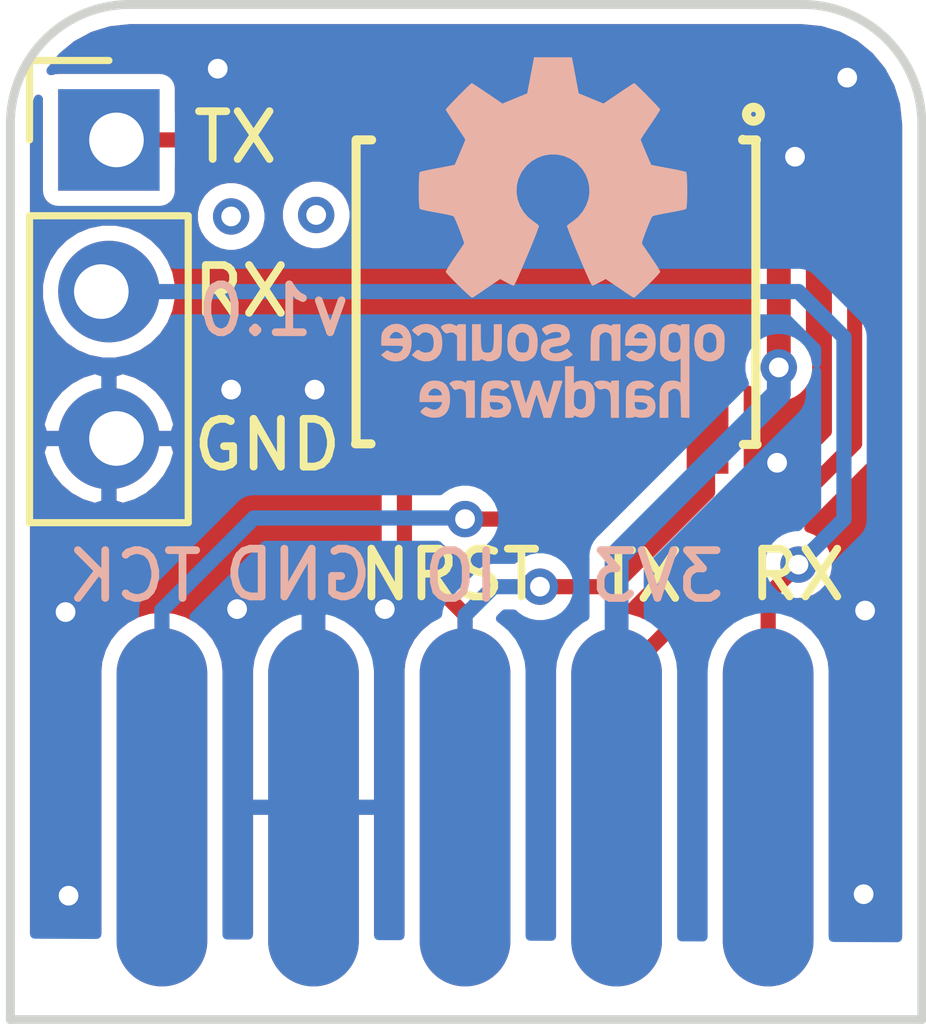
<source format=kicad_pcb>
(kicad_pcb (version 20171130) (host pcbnew "(5.1.6-87-g1447494bc)")

  (general
    (thickness 1.6)
    (drawings 50)
    (tracks 58)
    (zones 0)
    (modules 4)
    (nets 8)
  )

  (page A4)
  (title_block
    (title "NanoDAP Adapter")
    (date 2021-05-15)
    (rev v1.0)
  )

  (layers
    (0 F.Cu signal)
    (31 B.Cu signal)
    (33 F.Adhes user hide)
    (34 B.Paste user)
    (35 F.Paste user)
    (36 B.SilkS user)
    (37 F.SilkS user)
    (38 B.Mask user)
    (39 F.Mask user)
    (40 Dwgs.User user hide)
    (41 Cmts.User user hide)
    (42 Eco1.User user hide)
    (43 Eco2.User user hide)
    (44 Edge.Cuts user)
    (45 Margin user hide)
    (46 B.CrtYd user hide)
    (47 F.CrtYd user hide)
    (49 F.Fab user hide)
  )

  (setup
    (last_trace_width 0.254)
    (user_trace_width 0.254)
    (user_trace_width 0.4)
    (user_trace_width 0.6096)
    (trace_clearance 0.152)
    (zone_clearance 0.254)
    (zone_45_only no)
    (trace_min 0.1524)
    (via_size 0.762)
    (via_drill 0.508)
    (via_min_size 0.6096)
    (via_min_drill 0.3302)
    (user_via 0.6096 0.3302)
    (user_via 1 0.6)
    (uvia_size 0.6858)
    (uvia_drill 0.3302)
    (uvias_allowed no)
    (uvia_min_size 0)
    (uvia_min_drill 0)
    (edge_width 0.15)
    (segment_width 0.2)
    (pcb_text_width 0.3)
    (pcb_text_size 1.5 1.5)
    (mod_edge_width 0.15)
    (mod_text_size 1 1)
    (mod_text_width 0.15)
    (pad_size 1.7 1.7)
    (pad_drill 1)
    (pad_to_mask_clearance 0.1)
    (aux_axis_origin 0 0)
    (grid_origin 117.7 136.8)
    (visible_elements FFFFFF7F)
    (pcbplotparams
      (layerselection 0x010fc_ffffffff)
      (usegerberextensions true)
      (usegerberattributes false)
      (usegerberadvancedattributes false)
      (creategerberjobfile false)
      (excludeedgelayer true)
      (linewidth 0.100000)
      (plotframeref false)
      (viasonmask false)
      (mode 1)
      (useauxorigin false)
      (hpglpennumber 1)
      (hpglpenspeed 20)
      (hpglpendiameter 15.000000)
      (psnegative false)
      (psa4output false)
      (plotreference true)
      (plotvalue true)
      (plotinvisibletext false)
      (padsonsilk false)
      (subtractmaskfromsilk false)
      (outputformat 1)
      (mirror false)
      (drillshape 0)
      (scaleselection 1)
      (outputdirectory "../gerbers"))
  )

  (net 0 "")
  (net 1 GND)
  (net 2 NRST)
  (net 3 SWCLK)
  (net 4 SWDIO)
  (net 5 3V3)
  (net 6 RX)
  (net 7 TX)

  (net_class Default "This is the default net class."
    (clearance 0.152)
    (trace_width 0.254)
    (via_dia 0.762)
    (via_drill 0.508)
    (uvia_dia 0.6858)
    (uvia_drill 0.3302)
    (add_net 3V3)
    (add_net GND)
    (add_net NRST)
    (add_net RX)
    (add_net SWCLK)
    (add_net SWDIO)
    (add_net TX)
  )

  (net_class Large ""
    (clearance 0.254)
    (trace_width 0.61)
    (via_dia 1)
    (via_drill 0.6)
    (uvia_dia 0.6858)
    (uvia_drill 0.3302)
  )

  (module nanodap-adapter:10-pin-edge-connector-with-soldermask (layer F.Cu) (tedit 62DF4BC5) (tstamp 62DF96CE)
    (at 125.32 133.244)
    (path /62DF3DE7)
    (fp_text reference J1 (at 0 4.4 180) (layer F.SilkS) hide
      (effects (font (size 1 1) (thickness 0.15)))
    )
    (fp_text value "10-pin EDGE CONN" (at 0.2 -4.4 180) (layer F.Fab) hide
      (effects (font (size 1 1) (thickness 0.15)))
    )
    (pad 9 smd oval (at 5.08 0) (size 1.52 6) (layers B.Cu B.Mask))
    (pad 7 smd oval (at 2.54 0) (size 1.52 6) (layers B.Cu B.Mask)
      (net 5 3V3))
    (pad 5 smd oval (at 0 0) (size 1.52 6) (layers B.Cu B.Mask)
      (net 4 SWDIO))
    (pad 3 smd oval (at -2.54 0) (size 1.52 6) (layers B.Cu B.Mask)
      (net 1 GND))
    (pad 10 smd oval (at 5.08 0) (size 1.52 6) (layers F.Cu F.Mask)
      (net 6 RX))
    (pad 8 smd oval (at 2.54 0) (size 1.52 6) (layers F.Cu F.Mask)
      (net 7 TX))
    (pad 6 smd oval (at 0 0) (size 1.52 6) (layers F.Cu F.Mask)
      (net 2 NRST))
    (pad 4 smd oval (at -2.54 0) (size 1.52 6) (layers F.Cu F.Mask))
    (pad 2 smd oval (at -5.08 0) (size 1.52 6) (layers F.Cu F.Mask))
    (pad 1 smd oval (at -5.08 0) (size 1.52 6) (layers B.Cu B.Mask)
      (net 3 SWCLK))
  )

  (module nanodap-adapter:PinHeader_1x03_P2.54mm_Vertical_Odd_Even (layer F.Cu) (tedit 5F55653D) (tstamp 62DF9E81)
    (at 119.351 122.068)
    (descr "Through hole straight pin header, 1x03, 2.54mm pitch, single row")
    (tags "Through hole pin header THT 1x03 2.54mm single row")
    (path /62E00735)
    (fp_text reference J3 (at 2.049 -0.068 180) (layer F.SilkS) hide
      (effects (font (size 1 1) (thickness 0.15)))
    )
    (fp_text value Conn_01x03 (at 0 7.41 180) (layer F.Fab) hide
      (effects (font (size 1 1) (thickness 0.15)))
    )
    (fp_line (start 1.8 -1.8) (end -1.8 -1.8) (layer F.CrtYd) (width 0.05))
    (fp_line (start 1.8 6.85) (end 1.8 -1.8) (layer F.CrtYd) (width 0.05))
    (fp_line (start -1.8 6.85) (end 1.8 6.85) (layer F.CrtYd) (width 0.05))
    (fp_line (start -1.8 -1.8) (end -1.8 6.85) (layer F.CrtYd) (width 0.05))
    (fp_line (start -1.33 -1.33) (end 0 -1.33) (layer F.SilkS) (width 0.12))
    (fp_line (start -1.33 0) (end -1.33 -1.33) (layer F.SilkS) (width 0.12))
    (fp_line (start -1.33 1.27) (end 1.33 1.27) (layer F.SilkS) (width 0.12))
    (fp_line (start 1.33 1.27) (end 1.33 6.41) (layer F.SilkS) (width 0.12))
    (fp_line (start -1.33 1.27) (end -1.33 6.41) (layer F.SilkS) (width 0.12))
    (fp_line (start -1.33 6.41) (end 1.33 6.41) (layer F.SilkS) (width 0.12))
    (fp_line (start -1.27 -0.635) (end -0.635 -1.27) (layer F.Fab) (width 0.1))
    (fp_line (start -1.27 6.35) (end -1.27 -0.635) (layer F.Fab) (width 0.1))
    (fp_line (start 1.27 6.35) (end -1.27 6.35) (layer F.Fab) (width 0.1))
    (fp_line (start 1.27 -1.27) (end 1.27 6.35) (layer F.Fab) (width 0.1))
    (fp_line (start -0.635 -1.27) (end 1.27 -1.27) (layer F.Fab) (width 0.1))
    (fp_text user %R (at 0 2.54 -90) (layer F.Fab) hide
      (effects (font (size 1 1) (thickness 0.15)))
    )
    (pad 1 thru_hole rect (at 0.127 0) (size 1.7 1.7) (drill 0.9144 (offset -0.127 0)) (layers *.Cu *.Mask)
      (net 7 TX))
    (pad 2 thru_hole oval (at -0.127 2.54) (size 1.7 1.7) (drill 0.9144 (offset 0.127 0)) (layers *.Cu *.Mask)
      (net 6 RX))
    (pad 3 thru_hole oval (at 0.127 5) (size 1.7 1.7) (drill 0.9144 (offset -0.127 0)) (layers *.Cu *.Mask)
      (net 1 GND))
    (model ${KISYS3DMOD}/Connector_PinHeader_2.54mm.3dshapes/PinHeader_1x03_P2.54mm_Vertical.wrl
      (at (xyz 0 0 0))
      (scale (xyz 1 1 1))
      (rotate (xyz 0 0 0))
    )
  )

  (module Symbol:OSHW-Logo_5.7x6mm_SilkScreen locked (layer B.Cu) (tedit 0) (tstamp 60A0CDB9)
    (at 126.8 123.7 180)
    (descr "Open Source Hardware Logo")
    (tags "Logo OSHW")
    (attr virtual)
    (fp_text reference REF** (at 0 0) (layer B.SilkS) hide
      (effects (font (size 1 1) (thickness 0.15)) (justify mirror))
    )
    (fp_text value OSHW-Logo_5.7x6mm_SilkScreen (at 0.75 0) (layer B.Fab) hide
      (effects (font (size 1 1) (thickness 0.15)) (justify mirror))
    )
    (fp_poly (pts (xy -1.908759 -1.469184) (xy -1.882247 -1.482282) (xy -1.849553 -1.505106) (xy -1.825725 -1.529996)
      (xy -1.809406 -1.561249) (xy -1.79924 -1.603166) (xy -1.793872 -1.660044) (xy -1.791944 -1.736184)
      (xy -1.791831 -1.768917) (xy -1.792161 -1.840656) (xy -1.793527 -1.891927) (xy -1.7965 -1.927404)
      (xy -1.801649 -1.951763) (xy -1.809543 -1.96968) (xy -1.817757 -1.981902) (xy -1.870187 -2.033905)
      (xy -1.93193 -2.065184) (xy -1.998536 -2.074592) (xy -2.065558 -2.06098) (xy -2.086792 -2.051354)
      (xy -2.137624 -2.024859) (xy -2.137624 -2.440052) (xy -2.100525 -2.420868) (xy -2.051643 -2.406025)
      (xy -1.991561 -2.402222) (xy -1.931564 -2.409243) (xy -1.886256 -2.425013) (xy -1.848675 -2.455047)
      (xy -1.816564 -2.498024) (xy -1.81415 -2.502436) (xy -1.803967 -2.523221) (xy -1.79653 -2.54417)
      (xy -1.791411 -2.569548) (xy -1.788181 -2.603618) (xy -1.786413 -2.650641) (xy -1.785677 -2.714882)
      (xy -1.785544 -2.787176) (xy -1.785544 -3.017822) (xy -1.923861 -3.017822) (xy -1.923861 -2.592533)
      (xy -1.962549 -2.559979) (xy -2.002738 -2.53394) (xy -2.040797 -2.529205) (xy -2.079066 -2.541389)
      (xy -2.099462 -2.55332) (xy -2.114642 -2.570313) (xy -2.125438 -2.595995) (xy -2.132683 -2.633991)
      (xy -2.137208 -2.687926) (xy -2.139844 -2.761425) (xy -2.140772 -2.810347) (xy -2.143911 -3.011535)
      (xy -2.209926 -3.015336) (xy -2.27594 -3.019136) (xy -2.27594 -1.77065) (xy -2.137624 -1.77065)
      (xy -2.134097 -1.840254) (xy -2.122215 -1.888569) (xy -2.10002 -1.918631) (xy -2.065559 -1.933471)
      (xy -2.030742 -1.936436) (xy -1.991329 -1.933028) (xy -1.965171 -1.919617) (xy -1.948814 -1.901896)
      (xy -1.935937 -1.882835) (xy -1.928272 -1.861601) (xy -1.924861 -1.831849) (xy -1.924749 -1.787236)
      (xy -1.925897 -1.74988) (xy -1.928532 -1.693604) (xy -1.932456 -1.656658) (xy -1.939063 -1.633223)
      (xy -1.949749 -1.61748) (xy -1.959833 -1.60838) (xy -2.00197 -1.588537) (xy -2.05184 -1.585332)
      (xy -2.080476 -1.592168) (xy -2.108828 -1.616464) (xy -2.127609 -1.663728) (xy -2.136712 -1.733624)
      (xy -2.137624 -1.77065) (xy -2.27594 -1.77065) (xy -2.27594 -1.458614) (xy -2.206782 -1.458614)
      (xy -2.16526 -1.460256) (xy -2.143838 -1.466087) (xy -2.137626 -1.477461) (xy -2.137624 -1.477798)
      (xy -2.134742 -1.488938) (xy -2.12203 -1.487673) (xy -2.096757 -1.475433) (xy -2.037869 -1.456707)
      (xy -1.971615 -1.454739) (xy -1.908759 -1.469184)) (layer B.SilkS) (width 0.01))
    (fp_poly (pts (xy -1.38421 -2.406555) (xy -1.325055 -2.422339) (xy -1.280023 -2.450948) (xy -1.248246 -2.488419)
      (xy -1.238366 -2.504411) (xy -1.231073 -2.521163) (xy -1.225974 -2.542592) (xy -1.222679 -2.572616)
      (xy -1.220797 -2.615154) (xy -1.219937 -2.674122) (xy -1.219707 -2.75344) (xy -1.219703 -2.774484)
      (xy -1.219703 -3.017822) (xy -1.280059 -3.017822) (xy -1.318557 -3.015126) (xy -1.347023 -3.008295)
      (xy -1.354155 -3.004083) (xy -1.373652 -2.996813) (xy -1.393566 -3.004083) (xy -1.426353 -3.01316)
      (xy -1.473978 -3.016813) (xy -1.526764 -3.015228) (xy -1.575036 -3.008589) (xy -1.603218 -3.000072)
      (xy -1.657753 -2.965063) (xy -1.691835 -2.916479) (xy -1.707157 -2.851882) (xy -1.707299 -2.850223)
      (xy -1.705955 -2.821566) (xy -1.584356 -2.821566) (xy -1.573726 -2.854161) (xy -1.55641 -2.872505)
      (xy -1.521652 -2.886379) (xy -1.475773 -2.891917) (xy -1.428988 -2.889191) (xy -1.391514 -2.878274)
      (xy -1.381015 -2.871269) (xy -1.362668 -2.838904) (xy -1.35802 -2.802111) (xy -1.35802 -2.753763)
      (xy -1.427582 -2.753763) (xy -1.493667 -2.75885) (xy -1.543764 -2.773263) (xy -1.574929 -2.795729)
      (xy -1.584356 -2.821566) (xy -1.705955 -2.821566) (xy -1.703987 -2.779647) (xy -1.68071 -2.723845)
      (xy -1.636948 -2.681647) (xy -1.630899 -2.677808) (xy -1.604907 -2.665309) (xy -1.572735 -2.65774)
      (xy -1.52776 -2.654061) (xy -1.474331 -2.653216) (xy -1.35802 -2.653169) (xy -1.35802 -2.604411)
      (xy -1.362953 -2.566581) (xy -1.375543 -2.541236) (xy -1.377017 -2.539887) (xy -1.405034 -2.5288)
      (xy -1.447326 -2.524503) (xy -1.494064 -2.526615) (xy -1.535418 -2.534756) (xy -1.559957 -2.546965)
      (xy -1.573253 -2.556746) (xy -1.587294 -2.558613) (xy -1.606671 -2.5506) (xy -1.635976 -2.530739)
      (xy -1.679803 -2.497063) (xy -1.683825 -2.493909) (xy -1.681764 -2.482236) (xy -1.664568 -2.462822)
      (xy -1.638433 -2.441248) (xy -1.609552 -2.423096) (xy -1.600478 -2.418809) (xy -1.56738 -2.410256)
      (xy -1.51888 -2.404155) (xy -1.464695 -2.401708) (xy -1.462161 -2.401703) (xy -1.38421 -2.406555)) (layer B.SilkS) (width 0.01))
    (fp_poly (pts (xy -0.993356 -2.40302) (xy -0.974539 -2.40866) (xy -0.968473 -2.421053) (xy -0.968218 -2.426647)
      (xy -0.967129 -2.44223) (xy -0.959632 -2.444676) (xy -0.939381 -2.433993) (xy -0.927351 -2.426694)
      (xy -0.8894 -2.411063) (xy -0.844072 -2.403334) (xy -0.796544 -2.40274) (xy -0.751995 -2.408513)
      (xy -0.715602 -2.419884) (xy -0.692543 -2.436088) (xy -0.687996 -2.456355) (xy -0.690291 -2.461843)
      (xy -0.70702 -2.484626) (xy -0.732963 -2.512647) (xy -0.737655 -2.517177) (xy -0.762383 -2.538005)
      (xy -0.783718 -2.544735) (xy -0.813555 -2.540038) (xy -0.825508 -2.536917) (xy -0.862705 -2.529421)
      (xy -0.888859 -2.532792) (xy -0.910946 -2.544681) (xy -0.931178 -2.560635) (xy -0.946079 -2.5807)
      (xy -0.956434 -2.608702) (xy -0.963029 -2.648467) (xy -0.966649 -2.703823) (xy -0.968078 -2.778594)
      (xy -0.968218 -2.82374) (xy -0.968218 -3.017822) (xy -1.09396 -3.017822) (xy -1.09396 -2.401683)
      (xy -1.031089 -2.401683) (xy -0.993356 -2.40302)) (layer B.SilkS) (width 0.01))
    (fp_poly (pts (xy -0.201188 -3.017822) (xy -0.270346 -3.017822) (xy -0.310488 -3.016645) (xy -0.331394 -3.011772)
      (xy -0.338922 -3.001186) (xy -0.339505 -2.994029) (xy -0.340774 -2.979676) (xy -0.348779 -2.976923)
      (xy -0.369815 -2.985771) (xy -0.386173 -2.994029) (xy -0.448977 -3.013597) (xy -0.517248 -3.014729)
      (xy -0.572752 -3.000135) (xy -0.624438 -2.964877) (xy -0.663838 -2.912835) (xy -0.685413 -2.85145)
      (xy -0.685962 -2.848018) (xy -0.689167 -2.810571) (xy -0.690761 -2.756813) (xy -0.690633 -2.716155)
      (xy -0.553279 -2.716155) (xy -0.550097 -2.770194) (xy -0.542859 -2.814735) (xy -0.53306 -2.839888)
      (xy -0.495989 -2.87426) (xy -0.451974 -2.886582) (xy -0.406584 -2.876618) (xy -0.367797 -2.846895)
      (xy -0.353108 -2.826905) (xy -0.344519 -2.80305) (xy -0.340496 -2.76823) (xy -0.339505 -2.71593)
      (xy -0.341278 -2.664139) (xy -0.345963 -2.618634) (xy -0.352603 -2.588181) (xy -0.35371 -2.585452)
      (xy -0.380491 -2.553) (xy -0.419579 -2.535183) (xy -0.463315 -2.532306) (xy -0.504038 -2.544674)
      (xy -0.534087 -2.572593) (xy -0.537204 -2.578148) (xy -0.546961 -2.612022) (xy -0.552277 -2.660728)
      (xy -0.553279 -2.716155) (xy -0.690633 -2.716155) (xy -0.690568 -2.69554) (xy -0.689664 -2.662563)
      (xy -0.683514 -2.580981) (xy -0.670733 -2.51973) (xy -0.649471 -2.474449) (xy -0.617878 -2.440779)
      (xy -0.587207 -2.421014) (xy -0.544354 -2.40712) (xy -0.491056 -2.402354) (xy -0.43648 -2.406236)
      (xy -0.389792 -2.418282) (xy -0.365124 -2.432693) (xy -0.339505 -2.455878) (xy -0.339505 -2.162773)
      (xy -0.201188 -2.162773) (xy -0.201188 -3.017822)) (layer B.SilkS) (width 0.01))
    (fp_poly (pts (xy 0.281524 -2.404237) (xy 0.331255 -2.407971) (xy 0.461291 -2.797773) (xy 0.481678 -2.728614)
      (xy 0.493946 -2.685874) (xy 0.510085 -2.628115) (xy 0.527512 -2.564625) (xy 0.536726 -2.53057)
      (xy 0.571388 -2.401683) (xy 0.714391 -2.401683) (xy 0.671646 -2.536857) (xy 0.650596 -2.603342)
      (xy 0.625167 -2.683539) (xy 0.59861 -2.767193) (xy 0.574902 -2.841782) (xy 0.520902 -3.011535)
      (xy 0.462598 -3.015328) (xy 0.404295 -3.019122) (xy 0.372679 -2.914734) (xy 0.353182 -2.849889)
      (xy 0.331904 -2.7784) (xy 0.313308 -2.715263) (xy 0.312574 -2.71275) (xy 0.298684 -2.669969)
      (xy 0.286429 -2.640779) (xy 0.277846 -2.629741) (xy 0.276082 -2.631018) (xy 0.269891 -2.64813)
      (xy 0.258128 -2.684787) (xy 0.242225 -2.736378) (xy 0.223614 -2.798294) (xy 0.213543 -2.832352)
      (xy 0.159007 -3.017822) (xy 0.043264 -3.017822) (xy -0.049263 -2.725471) (xy -0.075256 -2.643462)
      (xy -0.098934 -2.568987) (xy -0.11918 -2.505544) (xy -0.134874 -2.456632) (xy -0.144898 -2.425749)
      (xy -0.147945 -2.416726) (xy -0.145533 -2.407487) (xy -0.126592 -2.403441) (xy -0.087177 -2.403846)
      (xy -0.081007 -2.404152) (xy -0.007914 -2.407971) (xy 0.039957 -2.58401) (xy 0.057553 -2.648211)
      (xy 0.073277 -2.704649) (xy 0.085746 -2.748422) (xy 0.093574 -2.77463) (xy 0.09502 -2.778903)
      (xy 0.101014 -2.77399) (xy 0.113101 -2.748532) (xy 0.129893 -2.705997) (xy 0.150003 -2.64985)
      (xy 0.167003 -2.59913) (xy 0.231794 -2.400504) (xy 0.281524 -2.404237)) (layer B.SilkS) (width 0.01))
    (fp_poly (pts (xy 1.038411 -2.405417) (xy 1.091411 -2.41829) (xy 1.106731 -2.42511) (xy 1.136428 -2.442974)
      (xy 1.15922 -2.463093) (xy 1.176083 -2.488962) (xy 1.187998 -2.524073) (xy 1.195942 -2.57192)
      (xy 1.200894 -2.635996) (xy 1.203831 -2.719794) (xy 1.204947 -2.775768) (xy 1.209052 -3.017822)
      (xy 1.138932 -3.017822) (xy 1.096393 -3.016038) (xy 1.074476 -3.009942) (xy 1.068812 -2.999706)
      (xy 1.065821 -2.988637) (xy 1.052451 -2.990754) (xy 1.034233 -2.999629) (xy 0.988624 -3.013233)
      (xy 0.930007 -3.016899) (xy 0.868354 -3.010903) (xy 0.813638 -2.995521) (xy 0.80873 -2.993386)
      (xy 0.758723 -2.958255) (xy 0.725756 -2.909419) (xy 0.710587 -2.852333) (xy 0.711746 -2.831824)
      (xy 0.835508 -2.831824) (xy 0.846413 -2.859425) (xy 0.878745 -2.879204) (xy 0.93091 -2.889819)
      (xy 0.958787 -2.891228) (xy 1.005247 -2.88762) (xy 1.036129 -2.873597) (xy 1.043664 -2.866931)
      (xy 1.064076 -2.830666) (xy 1.068812 -2.797773) (xy 1.068812 -2.753763) (xy 1.007513 -2.753763)
      (xy 0.936256 -2.757395) (xy 0.886276 -2.768818) (xy 0.854696 -2.788824) (xy 0.847626 -2.797743)
      (xy 0.835508 -2.831824) (xy 0.711746 -2.831824) (xy 0.713971 -2.792456) (xy 0.736663 -2.735244)
      (xy 0.767624 -2.69658) (xy 0.786376 -2.679864) (xy 0.804733 -2.668878) (xy 0.828619 -2.66218)
      (xy 0.863957 -2.658326) (xy 0.916669 -2.655873) (xy 0.937577 -2.655168) (xy 1.068812 -2.650879)
      (xy 1.06862 -2.611158) (xy 1.063537 -2.569405) (xy 1.045162 -2.544158) (xy 1.008039 -2.52803)
      (xy 1.007043 -2.527742) (xy 0.95441 -2.5214) (xy 0.902906 -2.529684) (xy 0.86463 -2.549827)
      (xy 0.849272 -2.559773) (xy 0.83273 -2.558397) (xy 0.807275 -2.543987) (xy 0.792328 -2.533817)
      (xy 0.763091 -2.512088) (xy 0.74498 -2.4958) (xy 0.742074 -2.491137) (xy 0.75404 -2.467005)
      (xy 0.789396 -2.438185) (xy 0.804753 -2.428461) (xy 0.848901 -2.411714) (xy 0.908398 -2.402227)
      (xy 0.974487 -2.400095) (xy 1.038411 -2.405417)) (layer B.SilkS) (width 0.01))
    (fp_poly (pts (xy 1.635255 -2.401486) (xy 1.683595 -2.411015) (xy 1.711114 -2.425125) (xy 1.740064 -2.448568)
      (xy 1.698876 -2.500571) (xy 1.673482 -2.532064) (xy 1.656238 -2.547428) (xy 1.639102 -2.549776)
      (xy 1.614027 -2.542217) (xy 1.602257 -2.537941) (xy 1.55427 -2.531631) (xy 1.510324 -2.545156)
      (xy 1.47806 -2.57571) (xy 1.472819 -2.585452) (xy 1.467112 -2.611258) (xy 1.462706 -2.658817)
      (xy 1.459811 -2.724758) (xy 1.458631 -2.80571) (xy 1.458614 -2.817226) (xy 1.458614 -3.017822)
      (xy 1.320297 -3.017822) (xy 1.320297 -2.401683) (xy 1.389456 -2.401683) (xy 1.429333 -2.402725)
      (xy 1.450107 -2.407358) (xy 1.457789 -2.417849) (xy 1.458614 -2.427745) (xy 1.458614 -2.453806)
      (xy 1.491745 -2.427745) (xy 1.529735 -2.409965) (xy 1.58077 -2.401174) (xy 1.635255 -2.401486)) (layer B.SilkS) (width 0.01))
    (fp_poly (pts (xy 2.032581 -2.40497) (xy 2.092685 -2.420597) (xy 2.143021 -2.452848) (xy 2.167393 -2.47694)
      (xy 2.207345 -2.533895) (xy 2.230242 -2.599965) (xy 2.238108 -2.681182) (xy 2.238148 -2.687748)
      (xy 2.238218 -2.753763) (xy 1.858264 -2.753763) (xy 1.866363 -2.788342) (xy 1.880987 -2.819659)
      (xy 1.906581 -2.852291) (xy 1.911935 -2.8575) (xy 1.957943 -2.885694) (xy 2.01041 -2.890475)
      (xy 2.070803 -2.871926) (xy 2.08104 -2.866931) (xy 2.112439 -2.851745) (xy 2.13347 -2.843094)
      (xy 2.137139 -2.842293) (xy 2.149948 -2.850063) (xy 2.174378 -2.869072) (xy 2.186779 -2.87946)
      (xy 2.212476 -2.903321) (xy 2.220915 -2.919077) (xy 2.215058 -2.933571) (xy 2.211928 -2.937534)
      (xy 2.190725 -2.954879) (xy 2.155738 -2.975959) (xy 2.131337 -2.988265) (xy 2.062072 -3.009946)
      (xy 1.985388 -3.016971) (xy 1.912765 -3.008647) (xy 1.892426 -3.002686) (xy 1.829476 -2.968952)
      (xy 1.782815 -2.917045) (xy 1.752173 -2.846459) (xy 1.737282 -2.756692) (xy 1.735647 -2.709753)
      (xy 1.740421 -2.641413) (xy 1.86099 -2.641413) (xy 1.872652 -2.646465) (xy 1.903998 -2.650429)
      (xy 1.949571 -2.652768) (xy 1.980446 -2.653169) (xy 2.035981 -2.652783) (xy 2.071033 -2.650975)
      (xy 2.090262 -2.646773) (xy 2.09833 -2.639203) (xy 2.099901 -2.628218) (xy 2.089121 -2.594381)
      (xy 2.06198 -2.56094) (xy 2.026277 -2.535272) (xy 1.99056 -2.524772) (xy 1.942048 -2.534086)
      (xy 1.900053 -2.561013) (xy 1.870936 -2.599827) (xy 1.86099 -2.641413) (xy 1.740421 -2.641413)
      (xy 1.742599 -2.610236) (xy 1.764055 -2.530949) (xy 1.80047 -2.471263) (xy 1.852297 -2.430549)
      (xy 1.91999 -2.408179) (xy 1.956662 -2.403871) (xy 2.032581 -2.40497)) (layer B.SilkS) (width 0.01))
    (fp_poly (pts (xy -2.538261 -1.465148) (xy -2.472479 -1.494231) (xy -2.42254 -1.542793) (xy -2.388374 -1.610908)
      (xy -2.369907 -1.698651) (xy -2.368583 -1.712351) (xy -2.367546 -1.808939) (xy -2.380993 -1.893602)
      (xy -2.408108 -1.962221) (xy -2.422627 -1.984294) (xy -2.473201 -2.031011) (xy -2.537609 -2.061268)
      (xy -2.609666 -2.073824) (xy -2.683185 -2.067439) (xy -2.739072 -2.047772) (xy -2.787132 -2.014629)
      (xy -2.826412 -1.971175) (xy -2.827092 -1.970158) (xy -2.843044 -1.943338) (xy -2.85341 -1.916368)
      (xy -2.859688 -1.882332) (xy -2.863373 -1.83431) (xy -2.864997 -1.794931) (xy -2.865672 -1.759219)
      (xy -2.739955 -1.759219) (xy -2.738726 -1.79477) (xy -2.734266 -1.842094) (xy -2.726397 -1.872465)
      (xy -2.712207 -1.894072) (xy -2.698917 -1.906694) (xy -2.651802 -1.933122) (xy -2.602505 -1.936653)
      (xy -2.556593 -1.917639) (xy -2.533638 -1.896331) (xy -2.517096 -1.874859) (xy -2.507421 -1.854313)
      (xy -2.503174 -1.827574) (xy -2.50292 -1.787523) (xy -2.504228 -1.750638) (xy -2.507043 -1.697947)
      (xy -2.511505 -1.663772) (xy -2.519548 -1.64148) (xy -2.533103 -1.624442) (xy -2.543845 -1.614703)
      (xy -2.588777 -1.589123) (xy -2.637249 -1.587847) (xy -2.677894 -1.602999) (xy -2.712567 -1.634642)
      (xy -2.733224 -1.68662) (xy -2.739955 -1.759219) (xy -2.865672 -1.759219) (xy -2.866479 -1.716621)
      (xy -2.863948 -1.658056) (xy -2.856362 -1.614007) (xy -2.842681 -1.579248) (xy -2.821865 -1.548551)
      (xy -2.814147 -1.539436) (xy -2.765889 -1.494021) (xy -2.714128 -1.467493) (xy -2.650828 -1.456379)
      (xy -2.619961 -1.455471) (xy -2.538261 -1.465148)) (layer B.SilkS) (width 0.01))
    (fp_poly (pts (xy -1.356699 -1.472614) (xy -1.344168 -1.478514) (xy -1.300799 -1.510283) (xy -1.25979 -1.556646)
      (xy -1.229168 -1.607696) (xy -1.220459 -1.631166) (xy -1.212512 -1.673091) (xy -1.207774 -1.723757)
      (xy -1.207199 -1.744679) (xy -1.207129 -1.810693) (xy -1.587083 -1.810693) (xy -1.578983 -1.845273)
      (xy -1.559104 -1.88617) (xy -1.524347 -1.921514) (xy -1.482998 -1.944282) (xy -1.456649 -1.94901)
      (xy -1.420916 -1.943273) (xy -1.378282 -1.928882) (xy -1.363799 -1.922262) (xy -1.31024 -1.895513)
      (xy -1.264533 -1.930376) (xy -1.238158 -1.953955) (xy -1.224124 -1.973417) (xy -1.223414 -1.979129)
      (xy -1.235951 -1.992973) (xy -1.263428 -2.014012) (xy -1.288366 -2.030425) (xy -1.355664 -2.05993)
      (xy -1.43111 -2.073284) (xy -1.505888 -2.069812) (xy -1.565495 -2.051663) (xy -1.626941 -2.012784)
      (xy -1.670608 -1.961595) (xy -1.697926 -1.895367) (xy -1.710322 -1.811371) (xy -1.711421 -1.772936)
      (xy -1.707022 -1.684861) (xy -1.706482 -1.682299) (xy -1.580582 -1.682299) (xy -1.577115 -1.690558)
      (xy -1.562863 -1.695113) (xy -1.53347 -1.697065) (xy -1.484575 -1.697517) (xy -1.465748 -1.697525)
      (xy -1.408467 -1.696843) (xy -1.372141 -1.694364) (xy -1.352604 -1.689443) (xy -1.34569 -1.681434)
      (xy -1.345445 -1.678862) (xy -1.353336 -1.658423) (xy -1.373085 -1.629789) (xy -1.381575 -1.619763)
      (xy -1.413094 -1.591408) (xy -1.445949 -1.580259) (xy -1.463651 -1.579327) (xy -1.511539 -1.590981)
      (xy -1.551699 -1.622285) (xy -1.577173 -1.667752) (xy -1.577625 -1.669233) (xy -1.580582 -1.682299)
      (xy -1.706482 -1.682299) (xy -1.692392 -1.61551) (xy -1.666038 -1.560025) (xy -1.633807 -1.520639)
      (xy -1.574217 -1.477931) (xy -1.504168 -1.455109) (xy -1.429661 -1.453046) (xy -1.356699 -1.472614)) (layer B.SilkS) (width 0.01))
    (fp_poly (pts (xy 0.014017 -1.456452) (xy 0.061634 -1.465482) (xy 0.111034 -1.48437) (xy 0.116312 -1.486777)
      (xy 0.153774 -1.506476) (xy 0.179717 -1.524781) (xy 0.188103 -1.536508) (xy 0.180117 -1.555632)
      (xy 0.16072 -1.58385) (xy 0.15211 -1.594384) (xy 0.116628 -1.635847) (xy 0.070885 -1.608858)
      (xy 0.02735 -1.590878) (xy -0.02295 -1.581267) (xy -0.071188 -1.58066) (xy -0.108533 -1.589691)
      (xy -0.117495 -1.595327) (xy -0.134563 -1.621171) (xy -0.136637 -1.650941) (xy -0.123866 -1.674197)
      (xy -0.116312 -1.678708) (xy -0.093675 -1.684309) (xy -0.053885 -1.690892) (xy -0.004834 -1.697183)
      (xy 0.004215 -1.69817) (xy 0.082996 -1.711798) (xy 0.140136 -1.734946) (xy 0.17803 -1.769752)
      (xy 0.199079 -1.818354) (xy 0.205635 -1.877718) (xy 0.196577 -1.945198) (xy 0.167164 -1.998188)
      (xy 0.117278 -2.036783) (xy 0.0468 -2.061081) (xy -0.031435 -2.070667) (xy -0.095234 -2.070552)
      (xy -0.146984 -2.061845) (xy -0.182327 -2.049825) (xy -0.226983 -2.02888) (xy -0.268253 -2.004574)
      (xy -0.282921 -1.993876) (xy -0.320643 -1.963084) (xy -0.275148 -1.917049) (xy -0.229653 -1.871013)
      (xy -0.177928 -1.905243) (xy -0.126048 -1.930952) (xy -0.070649 -1.944399) (xy -0.017395 -1.945818)
      (xy 0.028049 -1.935443) (xy 0.060016 -1.913507) (xy 0.070338 -1.894998) (xy 0.068789 -1.865314)
      (xy 0.04314 -1.842615) (xy -0.00654 -1.82694) (xy -0.060969 -1.819695) (xy -0.144736 -1.805873)
      (xy -0.206967 -1.779796) (xy -0.248493 -1.740699) (xy -0.270147 -1.68782) (xy -0.273147 -1.625126)
      (xy -0.258329 -1.559642) (xy -0.224546 -1.510144) (xy -0.171495 -1.476408) (xy -0.098874 -1.458207)
      (xy -0.045072 -1.454639) (xy 0.014017 -1.456452)) (layer B.SilkS) (width 0.01))
    (fp_poly (pts (xy 0.610762 -1.466055) (xy 0.674363 -1.500692) (xy 0.724123 -1.555372) (xy 0.747568 -1.599842)
      (xy 0.757634 -1.639121) (xy 0.764156 -1.695116) (xy 0.766951 -1.759621) (xy 0.765836 -1.824429)
      (xy 0.760626 -1.881334) (xy 0.754541 -1.911727) (xy 0.734014 -1.953306) (xy 0.698463 -1.997468)
      (xy 0.655619 -2.036087) (xy 0.613211 -2.061034) (xy 0.612177 -2.06143) (xy 0.559553 -2.072331)
      (xy 0.497188 -2.072601) (xy 0.437924 -2.062676) (xy 0.41504 -2.054722) (xy 0.356102 -2.0213)
      (xy 0.31389 -1.977511) (xy 0.286156 -1.919538) (xy 0.270651 -1.843565) (xy 0.267143 -1.803771)
      (xy 0.26759 -1.753766) (xy 0.402376 -1.753766) (xy 0.406917 -1.826732) (xy 0.419986 -1.882334)
      (xy 0.440756 -1.917861) (xy 0.455552 -1.92802) (xy 0.493464 -1.935104) (xy 0.538527 -1.933007)
      (xy 0.577487 -1.922812) (xy 0.587704 -1.917204) (xy 0.614659 -1.884538) (xy 0.632451 -1.834545)
      (xy 0.640024 -1.773705) (xy 0.636325 -1.708497) (xy 0.628057 -1.669253) (xy 0.60432 -1.623805)
      (xy 0.566849 -1.595396) (xy 0.52172 -1.585573) (xy 0.475011 -1.595887) (xy 0.439132 -1.621112)
      (xy 0.420277 -1.641925) (xy 0.409272 -1.662439) (xy 0.404026 -1.690203) (xy 0.402449 -1.732762)
      (xy 0.402376 -1.753766) (xy 0.26759 -1.753766) (xy 0.268094 -1.69758) (xy 0.285388 -1.610501)
      (xy 0.319029 -1.54253) (xy 0.369018 -1.493664) (xy 0.435356 -1.463899) (xy 0.449601 -1.460448)
      (xy 0.53521 -1.452345) (xy 0.610762 -1.466055)) (layer B.SilkS) (width 0.01))
    (fp_poly (pts (xy 0.993367 -1.654342) (xy 0.994555 -1.746563) (xy 0.998897 -1.81661) (xy 1.007558 -1.867381)
      (xy 1.021704 -1.901772) (xy 1.0425 -1.922679) (xy 1.07111 -1.933) (xy 1.106535 -1.935636)
      (xy 1.143636 -1.932682) (xy 1.171818 -1.921889) (xy 1.192243 -1.90036) (xy 1.206079 -1.865199)
      (xy 1.214491 -1.81351) (xy 1.218643 -1.742394) (xy 1.219703 -1.654342) (xy 1.219703 -1.458614)
      (xy 1.35802 -1.458614) (xy 1.35802 -2.062179) (xy 1.288862 -2.062179) (xy 1.24717 -2.060489)
      (xy 1.225701 -2.054556) (xy 1.219703 -2.043293) (xy 1.216091 -2.033261) (xy 1.201714 -2.035383)
      (xy 1.172736 -2.04958) (xy 1.106319 -2.07148) (xy 1.035875 -2.069928) (xy 0.968377 -2.046147)
      (xy 0.936233 -2.027362) (xy 0.911715 -2.007022) (xy 0.893804 -1.981573) (xy 0.881479 -1.947458)
      (xy 0.873723 -1.901121) (xy 0.869516 -1.839007) (xy 0.86784 -1.757561) (xy 0.867624 -1.694578)
      (xy 0.867624 -1.458614) (xy 0.993367 -1.458614) (xy 0.993367 -1.654342)) (layer B.SilkS) (width 0.01))
    (fp_poly (pts (xy 2.217226 -1.46388) (xy 2.29008 -1.49483) (xy 2.313027 -1.509895) (xy 2.342354 -1.533048)
      (xy 2.360764 -1.551253) (xy 2.363961 -1.557183) (xy 2.354935 -1.57034) (xy 2.331837 -1.592667)
      (xy 2.313344 -1.60825) (xy 2.262728 -1.648926) (xy 2.22276 -1.615295) (xy 2.191874 -1.593584)
      (xy 2.161759 -1.58609) (xy 2.127292 -1.58792) (xy 2.072561 -1.601528) (xy 2.034886 -1.629772)
      (xy 2.011991 -1.675433) (xy 2.001597 -1.741289) (xy 2.001595 -1.741331) (xy 2.002494 -1.814939)
      (xy 2.016463 -1.868946) (xy 2.044328 -1.905716) (xy 2.063325 -1.918168) (xy 2.113776 -1.933673)
      (xy 2.167663 -1.933683) (xy 2.214546 -1.918638) (xy 2.225644 -1.911287) (xy 2.253476 -1.892511)
      (xy 2.275236 -1.889434) (xy 2.298704 -1.903409) (xy 2.324649 -1.92851) (xy 2.365716 -1.97088)
      (xy 2.320121 -2.008464) (xy 2.249674 -2.050882) (xy 2.170233 -2.071785) (xy 2.087215 -2.070272)
      (xy 2.032694 -2.056411) (xy 1.96897 -2.022135) (xy 1.918005 -1.968212) (xy 1.894851 -1.930149)
      (xy 1.876099 -1.875536) (xy 1.866715 -1.806369) (xy 1.866643 -1.731407) (xy 1.875824 -1.659409)
      (xy 1.894199 -1.599137) (xy 1.897093 -1.592958) (xy 1.939952 -1.532351) (xy 1.997979 -1.488224)
      (xy 2.066591 -1.461493) (xy 2.141201 -1.453073) (xy 2.217226 -1.46388)) (layer B.SilkS) (width 0.01))
    (fp_poly (pts (xy 2.677898 -1.456457) (xy 2.710096 -1.464279) (xy 2.771825 -1.492921) (xy 2.82461 -1.536667)
      (xy 2.861141 -1.589117) (xy 2.86616 -1.600893) (xy 2.873045 -1.63174) (xy 2.877864 -1.677371)
      (xy 2.879505 -1.723492) (xy 2.879505 -1.810693) (xy 2.697178 -1.810693) (xy 2.621979 -1.810978)
      (xy 2.569003 -1.812704) (xy 2.535325 -1.817181) (xy 2.51802 -1.82572) (xy 2.514163 -1.83963)
      (xy 2.520829 -1.860222) (xy 2.53277 -1.884315) (xy 2.56608 -1.924525) (xy 2.612368 -1.944558)
      (xy 2.668944 -1.943905) (xy 2.733031 -1.922101) (xy 2.788417 -1.895193) (xy 2.834375 -1.931532)
      (xy 2.880333 -1.967872) (xy 2.837096 -2.007819) (xy 2.779374 -2.045563) (xy 2.708386 -2.06832)
      (xy 2.632029 -2.074688) (xy 2.558199 -2.063268) (xy 2.546287 -2.059393) (xy 2.481399 -2.025506)
      (xy 2.43313 -1.974986) (xy 2.400465 -1.906325) (xy 2.382385 -1.818014) (xy 2.382175 -1.816121)
      (xy 2.380556 -1.719878) (xy 2.3871 -1.685542) (xy 2.514852 -1.685542) (xy 2.526584 -1.690822)
      (xy 2.558438 -1.694867) (xy 2.605397 -1.697176) (xy 2.635154 -1.697525) (xy 2.690648 -1.697306)
      (xy 2.725346 -1.695916) (xy 2.743601 -1.692251) (xy 2.749766 -1.68521) (xy 2.748195 -1.67369)
      (xy 2.746878 -1.669233) (xy 2.724382 -1.627355) (xy 2.689003 -1.593604) (xy 2.65778 -1.578773)
      (xy 2.616301 -1.579668) (xy 2.574269 -1.598164) (xy 2.539012 -1.628786) (xy 2.517854 -1.666062)
      (xy 2.514852 -1.685542) (xy 2.3871 -1.685542) (xy 2.39669 -1.635229) (xy 2.428698 -1.564191)
      (xy 2.474701 -1.508779) (xy 2.532821 -1.471009) (xy 2.60118 -1.452896) (xy 2.677898 -1.456457)) (layer B.SilkS) (width 0.01))
    (fp_poly (pts (xy -0.754012 -1.469002) (xy -0.722717 -1.48395) (xy -0.692409 -1.505541) (xy -0.669318 -1.530391)
      (xy -0.6525 -1.562087) (xy -0.641006 -1.604214) (xy -0.633891 -1.660358) (xy -0.630207 -1.734106)
      (xy -0.629008 -1.829044) (xy -0.628989 -1.838985) (xy -0.628713 -2.062179) (xy -0.76703 -2.062179)
      (xy -0.76703 -1.856418) (xy -0.767128 -1.780189) (xy -0.767809 -1.724939) (xy -0.769651 -1.686501)
      (xy -0.773233 -1.660706) (xy -0.779132 -1.643384) (xy -0.787927 -1.630368) (xy -0.80018 -1.617507)
      (xy -0.843047 -1.589873) (xy -0.889843 -1.584745) (xy -0.934424 -1.602217) (xy -0.949928 -1.615221)
      (xy -0.96131 -1.627447) (xy -0.969481 -1.64054) (xy -0.974974 -1.658615) (xy -0.97832 -1.685787)
      (xy -0.980051 -1.72617) (xy -0.980697 -1.783879) (xy -0.980792 -1.854132) (xy -0.980792 -2.062179)
      (xy -1.119109 -2.062179) (xy -1.119109 -1.458614) (xy -1.04995 -1.458614) (xy -1.008428 -1.460256)
      (xy -0.987006 -1.466087) (xy -0.980795 -1.477461) (xy -0.980792 -1.477798) (xy -0.97791 -1.488938)
      (xy -0.965199 -1.487674) (xy -0.939926 -1.475434) (xy -0.882605 -1.457424) (xy -0.817037 -1.455421)
      (xy -0.754012 -1.469002)) (layer B.SilkS) (width 0.01))
    (fp_poly (pts (xy 1.79946 -1.45803) (xy 1.842711 -1.471245) (xy 1.870558 -1.487941) (xy 1.879629 -1.501145)
      (xy 1.877132 -1.516797) (xy 1.860931 -1.541385) (xy 1.847232 -1.5588) (xy 1.818992 -1.590283)
      (xy 1.797775 -1.603529) (xy 1.779688 -1.602664) (xy 1.726035 -1.58901) (xy 1.68663 -1.58963)
      (xy 1.654632 -1.605104) (xy 1.64389 -1.614161) (xy 1.609505 -1.646027) (xy 1.609505 -2.062179)
      (xy 1.471188 -2.062179) (xy 1.471188 -1.458614) (xy 1.540347 -1.458614) (xy 1.581869 -1.460256)
      (xy 1.603291 -1.466087) (xy 1.609502 -1.477461) (xy 1.609505 -1.477798) (xy 1.612439 -1.489713)
      (xy 1.625704 -1.488159) (xy 1.644084 -1.479563) (xy 1.682046 -1.463568) (xy 1.712872 -1.453945)
      (xy 1.752536 -1.451478) (xy 1.79946 -1.45803)) (layer B.SilkS) (width 0.01))
    (fp_poly (pts (xy 0.376964 2.709982) (xy 0.433812 2.40843) (xy 0.853338 2.235488) (xy 1.104984 2.406605)
      (xy 1.175458 2.45425) (xy 1.239163 2.49679) (xy 1.293126 2.532285) (xy 1.334373 2.55879)
      (xy 1.359934 2.574364) (xy 1.366895 2.577722) (xy 1.379435 2.569086) (xy 1.406231 2.545208)
      (xy 1.44428 2.509141) (xy 1.490579 2.463933) (xy 1.542123 2.412636) (xy 1.595909 2.358299)
      (xy 1.648935 2.303972) (xy 1.698195 2.252705) (xy 1.740687 2.207549) (xy 1.773407 2.171554)
      (xy 1.793351 2.14777) (xy 1.798119 2.13981) (xy 1.791257 2.125135) (xy 1.77202 2.092986)
      (xy 1.74243 2.046508) (xy 1.70451 1.988844) (xy 1.660282 1.92314) (xy 1.634654 1.885664)
      (xy 1.587941 1.817232) (xy 1.546432 1.75548) (xy 1.51214 1.703481) (xy 1.48708 1.664308)
      (xy 1.473264 1.641035) (xy 1.471188 1.636145) (xy 1.475895 1.622245) (xy 1.488723 1.58985)
      (xy 1.507738 1.543515) (xy 1.531003 1.487794) (xy 1.556584 1.427242) (xy 1.582545 1.366414)
      (xy 1.60695 1.309864) (xy 1.627863 1.262148) (xy 1.643349 1.227819) (xy 1.651472 1.211432)
      (xy 1.651952 1.210788) (xy 1.664707 1.207659) (xy 1.698677 1.200679) (xy 1.75034 1.190533)
      (xy 1.816176 1.177908) (xy 1.892664 1.163491) (xy 1.93729 1.155177) (xy 2.019021 1.139616)
      (xy 2.092843 1.124808) (xy 2.155021 1.111564) (xy 2.201822 1.100695) (xy 2.229509 1.093011)
      (xy 2.235074 1.090573) (xy 2.240526 1.07407) (xy 2.244924 1.0368) (xy 2.248272 0.98312)
      (xy 2.250574 0.917388) (xy 2.251832 0.843963) (xy 2.252048 0.767204) (xy 2.251227 0.691468)
      (xy 2.249371 0.621114) (xy 2.246482 0.5605) (xy 2.242565 0.513984) (xy 2.237622 0.485925)
      (xy 2.234657 0.480084) (xy 2.216934 0.473083) (xy 2.179381 0.463073) (xy 2.126964 0.451231)
      (xy 2.064652 0.438733) (xy 2.0429 0.43469) (xy 1.938024 0.41548) (xy 1.85518 0.400009)
      (xy 1.79163 0.387663) (xy 1.744637 0.377827) (xy 1.711463 0.369886) (xy 1.689371 0.363224)
      (xy 1.675624 0.357227) (xy 1.667484 0.351281) (xy 1.666345 0.350106) (xy 1.654977 0.331174)
      (xy 1.637635 0.294331) (xy 1.61605 0.244087) (xy 1.591954 0.184954) (xy 1.567079 0.121444)
      (xy 1.543157 0.058068) (xy 1.521919 -0.000662) (xy 1.505097 -0.050235) (xy 1.494422 -0.086139)
      (xy 1.491627 -0.103862) (xy 1.49186 -0.104483) (xy 1.501331 -0.11897) (xy 1.522818 -0.150844)
      (xy 1.554063 -0.196789) (xy 1.592807 -0.253485) (xy 1.636793 -0.317617) (xy 1.649319 -0.335842)
      (xy 1.693984 -0.401914) (xy 1.733288 -0.4622) (xy 1.765088 -0.513235) (xy 1.787245 -0.55156)
      (xy 1.797617 -0.573711) (xy 1.798119 -0.576432) (xy 1.789405 -0.590736) (xy 1.765325 -0.619072)
      (xy 1.728976 -0.658396) (xy 1.683453 -0.705661) (xy 1.631852 -0.757823) (xy 1.577267 -0.811835)
      (xy 1.522794 -0.864653) (xy 1.471529 -0.913231) (xy 1.426567 -0.954523) (xy 1.391004 -0.985485)
      (xy 1.367935 -1.00307) (xy 1.361554 -1.005941) (xy 1.346699 -0.999178) (xy 1.316286 -0.980939)
      (xy 1.275268 -0.954297) (xy 1.243709 -0.932852) (xy 1.186525 -0.893503) (xy 1.118806 -0.847171)
      (xy 1.05088 -0.800913) (xy 1.014361 -0.776155) (xy 0.890752 -0.692547) (xy 0.786991 -0.74865)
      (xy 0.73972 -0.773228) (xy 0.699523 -0.792331) (xy 0.672326 -0.803227) (xy 0.665402 -0.804743)
      (xy 0.657077 -0.793549) (xy 0.640654 -0.761917) (xy 0.617357 -0.712765) (xy 0.588414 -0.64901)
      (xy 0.55505 -0.573571) (xy 0.518491 -0.489364) (xy 0.479964 -0.399308) (xy 0.440694 -0.306321)
      (xy 0.401908 -0.21332) (xy 0.36483 -0.123223) (xy 0.330689 -0.038948) (xy 0.300708 0.036587)
      (xy 0.276116 0.100466) (xy 0.258136 0.149769) (xy 0.247997 0.181579) (xy 0.246366 0.192504)
      (xy 0.259291 0.206439) (xy 0.287589 0.22906) (xy 0.325346 0.255667) (xy 0.328515 0.257772)
      (xy 0.4261 0.335886) (xy 0.504786 0.427018) (xy 0.563891 0.528255) (xy 0.602732 0.636682)
      (xy 0.620628 0.749386) (xy 0.616897 0.863452) (xy 0.590857 0.975966) (xy 0.541825 1.084015)
      (xy 0.5274 1.107655) (xy 0.452369 1.203113) (xy 0.36373 1.279768) (xy 0.264549 1.33722)
      (xy 0.157895 1.375071) (xy 0.046836 1.392922) (xy -0.065561 1.390375) (xy -0.176227 1.36703)
      (xy -0.282094 1.32249) (xy -0.380095 1.256355) (xy -0.41041 1.229513) (xy -0.487562 1.145488)
      (xy -0.543782 1.057034) (xy -0.582347 0.957885) (xy -0.603826 0.859697) (xy -0.609128 0.749303)
      (xy -0.591448 0.63836) (xy -0.552581 0.530619) (xy -0.494323 0.429831) (xy -0.418469 0.339744)
      (xy -0.326817 0.264108) (xy -0.314772 0.256136) (xy -0.276611 0.230026) (xy -0.247601 0.207405)
      (xy -0.233732 0.192961) (xy -0.233531 0.192504) (xy -0.236508 0.176879) (xy -0.248311 0.141418)
      (xy -0.267714 0.089038) (xy -0.293488 0.022655) (xy -0.324409 -0.054814) (xy -0.359249 -0.14045)
      (xy -0.396783 -0.231337) (xy -0.435783 -0.324559) (xy -0.475023 -0.417197) (xy -0.513276 -0.506335)
      (xy -0.549317 -0.589055) (xy -0.581917 -0.662441) (xy -0.609852 -0.723575) (xy -0.631895 -0.769541)
      (xy -0.646818 -0.797421) (xy -0.652828 -0.804743) (xy -0.671191 -0.799041) (xy -0.705552 -0.783749)
      (xy -0.749984 -0.761599) (xy -0.774417 -0.74865) (xy -0.878178 -0.692547) (xy -1.001787 -0.776155)
      (xy -1.064886 -0.818987) (xy -1.13397 -0.866122) (xy -1.198707 -0.910503) (xy -1.231134 -0.932852)
      (xy -1.276741 -0.963477) (xy -1.31536 -0.987747) (xy -1.341952 -1.002587) (xy -1.35059 -1.005724)
      (xy -1.363161 -0.997261) (xy -1.390984 -0.973636) (xy -1.431361 -0.937302) (xy -1.481595 -0.890711)
      (xy -1.538988 -0.836317) (xy -1.575286 -0.801392) (xy -1.63879 -0.738996) (xy -1.693673 -0.683188)
      (xy -1.737714 -0.636354) (xy -1.768695 -0.600882) (xy -1.784398 -0.579161) (xy -1.785905 -0.574752)
      (xy -1.778914 -0.557985) (xy -1.759594 -0.524082) (xy -1.730091 -0.476476) (xy -1.692545 -0.418599)
      (xy -1.6491 -0.353884) (xy -1.636745 -0.335842) (xy -1.591727 -0.270267) (xy -1.55134 -0.211228)
      (xy -1.51784 -0.162042) (xy -1.493486 -0.126028) (xy -1.480536 -0.106502) (xy -1.479285 -0.104483)
      (xy -1.481156 -0.088922) (xy -1.491087 -0.054709) (xy -1.507347 -0.006355) (xy -1.528205 0.051629)
      (xy -1.551927 0.11473) (xy -1.576784 0.178437) (xy -1.601042 0.238239) (xy -1.622971 0.289624)
      (xy -1.640838 0.328081) (xy -1.652913 0.349098) (xy -1.653771 0.350106) (xy -1.661154 0.356112)
      (xy -1.673625 0.362052) (xy -1.69392 0.36854) (xy -1.724778 0.376191) (xy -1.768934 0.38562)
      (xy -1.829126 0.397441) (xy -1.908093 0.412271) (xy -2.00857 0.430723) (xy -2.030325 0.43469)
      (xy -2.094802 0.447147) (xy -2.151011 0.459334) (xy -2.193987 0.470074) (xy -2.21876 0.478191)
      (xy -2.222082 0.480084) (xy -2.227556 0.496862) (xy -2.232006 0.534355) (xy -2.235428 0.588206)
      (xy -2.237819 0.654056) (xy -2.239177 0.727547) (xy -2.239499 0.80432) (xy -2.238781 0.880017)
      (xy -2.237021 0.95028) (xy -2.234216 1.01075) (xy -2.230362 1.05707) (xy -2.225457 1.084881)
      (xy -2.2225 1.090573) (xy -2.206037 1.096314) (xy -2.168551 1.105655) (xy -2.113775 1.117785)
      (xy -2.045445 1.131893) (xy -1.967294 1.14717) (xy -1.924716 1.155177) (xy -1.843929 1.170279)
      (xy -1.771887 1.18396) (xy -1.712111 1.195533) (xy -1.668121 1.204313) (xy -1.643439 1.209613)
      (xy -1.639377 1.210788) (xy -1.632511 1.224035) (xy -1.617998 1.255943) (xy -1.597771 1.301953)
      (xy -1.573766 1.357508) (xy -1.547918 1.418047) (xy -1.52216 1.479014) (xy -1.498427 1.535849)
      (xy -1.478654 1.583994) (xy -1.464776 1.61889) (xy -1.458726 1.635979) (xy -1.458614 1.636726)
      (xy -1.465472 1.650207) (xy -1.484698 1.68123) (xy -1.514272 1.726711) (xy -1.552173 1.783568)
      (xy -1.59638 1.848717) (xy -1.622079 1.886138) (xy -1.668907 1.954753) (xy -1.710499 2.017048)
      (xy -1.744825 2.069871) (xy -1.769857 2.110073) (xy -1.783565 2.1345) (xy -1.785544 2.139976)
      (xy -1.777034 2.152722) (xy -1.753507 2.179937) (xy -1.717968 2.218572) (xy -1.673423 2.265577)
      (xy -1.622877 2.317905) (xy -1.569336 2.372505) (xy -1.515805 2.42633) (xy -1.465289 2.47633)
      (xy -1.420794 2.519457) (xy -1.385325 2.552661) (xy -1.361887 2.572894) (xy -1.354046 2.577722)
      (xy -1.34128 2.570933) (xy -1.310744 2.551858) (xy -1.26541 2.522439) (xy -1.208244 2.484619)
      (xy -1.142216 2.440339) (xy -1.09241 2.406605) (xy -0.840764 2.235488) (xy -0.631001 2.321959)
      (xy -0.421237 2.40843) (xy -0.364389 2.709982) (xy -0.30754 3.011534) (xy 0.320115 3.011534)
      (xy 0.376964 2.709982)) (layer B.SilkS) (width 0.01))
  )

  (module nanodap-adapter:CONN5X2_1.27 (layer F.Cu) (tedit 5F36C86B) (tstamp 5F563AB3)
    (at 126.844 124.608 180)
    (path /5F76D526)
    (fp_text reference J2 (at -4.44 1.835) (layer F.SilkS) hide
      (effects (font (size 1 1) (thickness 0.15)))
    )
    (fp_text value FTSH-105-01-F-DV-K (at 9.85 -0.58) (layer F.Fab)
      (effects (font (size 0.787402 0.787402) (thickness 0.015)))
    )
    (fp_circle (center -3.31 2.97) (end -3.193381 2.97) (layer F.SilkS) (width 0.1524))
    (fp_line (start -3.35 -2.54) (end -3.35 2.54) (layer F.SilkS) (width 0.1524))
    (fp_line (start 3.35 -2.54) (end 3.35 2.54) (layer F.SilkS) (width 0.1524))
    (fp_line (start -3.37 -2.56) (end -3.14 -2.56) (layer F.SilkS) (width 0.1524))
    (fp_line (start -3.36 2.54) (end -3.13 2.54) (layer F.SilkS) (width 0.1524))
    (fp_line (start -3.13 2.54) (end -3.13 2.55) (layer F.SilkS) (width 0.1524))
    (fp_line (start 3.34 2.54) (end 3.09 2.54) (layer F.SilkS) (width 0.1524))
    (fp_line (start 3.36 -2.55) (end 3.1 -2.55) (layer F.SilkS) (width 0.1524))
    (pad 10 smd rect (at 2.54 -2 180) (size 0.7 2.1) (layers F.Cu F.Paste F.Mask)
      (net 2 NRST))
    (pad 9 smd rect (at 2.54 2 180) (size 0.7 2.1) (layers F.Cu F.Paste F.Mask)
      (net 1 GND))
    (pad 8 smd rect (at 1.27 -2 180) (size 0.7 2.1) (layers F.Cu F.Paste F.Mask))
    (pad 7 smd rect (at 1.27 2 180) (size 0.7 2.1) (layers F.Cu F.Paste F.Mask))
    (pad 6 smd rect (at 0 -2 180) (size 0.7 2.1) (layers F.Cu F.Paste F.Mask))
    (pad 5 smd rect (at 0 2 180) (size 0.7 2.1) (layers F.Cu F.Paste F.Mask)
      (net 1 GND))
    (pad 4 smd rect (at -1.27 -2 180) (size 0.7 2.1) (layers F.Cu F.Paste F.Mask)
      (net 3 SWCLK))
    (pad 3 smd rect (at -1.27 2 180) (size 0.7 2.1) (layers F.Cu F.Paste F.Mask)
      (net 1 GND))
    (pad 2 smd rect (at -2.54 -2 180) (size 0.7 2.1) (layers F.Cu F.Paste F.Mask)
      (net 4 SWDIO))
    (pad 1 smd rect (at -2.54 2 180) (size 0.7 2.1) (layers F.Cu F.Paste F.Mask)
      (net 5 3V3))
    (model ${KIPRJMOD}/libs/FTSH-105-01-F-DV-K-TR--3DModel-STEP-56544.STEP
      (offset (xyz 0.64 0 0.4))
      (scale (xyz 1 1 1))
      (rotate (xyz -90 0 0))
    )
  )

  (gr_text v1.0 (at 123.45 124.925) (layer B.SilkS) (tstamp 62DFA52A)
    (effects (font (size 0.8 0.8) (thickness 0.13)) (justify left mirror))
  )
  (gr_text GND (at 123.825 129.35) (layer B.SilkS) (tstamp 62DFA469)
    (effects (font (size 0.8 0.8) (thickness 0.13)) (justify left mirror))
  )
  (gr_text TX (at 127.5 129.375) (layer F.SilkS) (tstamp 62DFA469)
    (effects (font (size 0.8 0.8) (thickness 0.13)) (justify left))
  )
  (gr_text RX (at 130.025 129.35) (layer F.SilkS) (tstamp 62DFA44F)
    (effects (font (size 0.8 0.8) (thickness 0.13)) (justify left))
  )
  (gr_text NRST (at 123.475 129.35) (layer F.SilkS) (tstamp 62DFA44F)
    (effects (font (size 0.8 0.8) (thickness 0.13)) (justify left))
  )
  (gr_text "3V3\n" (at 129.735476 129.375) (layer B.SilkS) (tstamp 62DFA44F)
    (effects (font (size 0.8 0.8) (thickness 0.13)) (justify left mirror))
  )
  (gr_text IO (at 125.95 129.375) (layer B.SilkS) (tstamp 62DFA44F)
    (effects (font (size 0.8 0.8) (thickness 0.13)) (justify left mirror))
  )
  (gr_text TCK (at 120.975 129.375) (layer B.SilkS) (tstamp 62DFA428)
    (effects (font (size 0.8 0.8) (thickness 0.13)) (justify left mirror))
  )
  (gr_arc (start 130.975 121.8) (end 132.975 121.8) (angle -90) (layer Edge.Cuts) (width 0.15) (tstamp 62DFA19C))
  (gr_arc (start 119.7 121.8) (end 119.7 119.8) (angle -90) (layer Edge.Cuts) (width 0.15))
  (dimension 9 (width 0.15) (layer F.Fab)
    (gr_text "9.000 mm" (at 166.6 83.1 90) (layer F.Fab)
      (effects (font (size 1 1) (thickness 0.15)))
    )
    (feature1 (pts (xy 169.2 78.6) (xy 167.313579 78.6)))
    (feature2 (pts (xy 169.2 87.6) (xy 167.313579 87.6)))
    (crossbar (pts (xy 167.9 87.6) (xy 167.9 78.6)))
    (arrow1a (pts (xy 167.9 78.6) (xy 168.486421 79.726504)))
    (arrow1b (pts (xy 167.9 78.6) (xy 167.313579 79.726504)))
    (arrow2a (pts (xy 167.9 87.6) (xy 168.486421 86.473496)))
    (arrow2b (pts (xy 167.9 87.6) (xy 167.313579 86.473496)))
  )
  (dimension 3 (width 0.15) (layer F.Fab)
    (gr_text "3.000 mm" (at 164.2 65.85) (layer F.Fab)
      (effects (font (size 1 1) (thickness 0.15)))
    )
    (feature1 (pts (xy 162.7 70.7) (xy 162.7 66.563579)))
    (feature2 (pts (xy 165.7 70.7) (xy 165.7 66.563579)))
    (crossbar (pts (xy 165.7 67.15) (xy 162.7 67.15)))
    (arrow1a (pts (xy 162.7 67.15) (xy 163.826504 66.563579)))
    (arrow1b (pts (xy 162.7 67.15) (xy 163.826504 67.736421)))
    (arrow2a (pts (xy 165.7 67.15) (xy 164.573496 66.563579)))
    (arrow2b (pts (xy 165.7 67.15) (xy 164.573496 67.736421)))
  )
  (dimension 12 (width 0.15) (layer F.Fab)
    (gr_text "12.000 mm" (at 159.7 68.35) (layer F.Fab)
      (effects (font (size 1 1) (thickness 0.15)))
    )
    (feature1 (pts (xy 153.7 70.7) (xy 153.7 69.063579)))
    (feature2 (pts (xy 165.7 70.7) (xy 165.7 69.063579)))
    (crossbar (pts (xy 165.7 69.65) (xy 153.7 69.65)))
    (arrow1a (pts (xy 153.7 69.65) (xy 154.826504 69.063579)))
    (arrow1b (pts (xy 153.7 69.65) (xy 154.826504 70.236421)))
    (arrow2a (pts (xy 165.7 69.65) (xy 164.573496 69.063579)))
    (arrow2b (pts (xy 165.7 69.65) (xy 164.573496 70.236421)))
  )
  (gr_text "TX\n\nRX\n\nGND" (at 120.7 124.6) (layer F.SilkS)
    (effects (font (size 0.8 0.8) (thickness 0.13)) (justify left))
  )
  (dimension 7 (width 0.15) (layer F.Fab) (tstamp 5EE6D8D8)
    (gr_text "7.000 mm" (at 170.5 84.1 90) (layer F.Fab) (tstamp 5EE6D8D8)
      (effects (font (size 1 1) (thickness 0.15)))
    )
    (feature1 (pts (xy 169.2 80.6) (xy 169.786421 80.6)))
    (feature2 (pts (xy 169.2 87.6) (xy 169.786421 87.6)))
    (crossbar (pts (xy 169.2 87.6) (xy 169.2 80.6)))
    (arrow1a (pts (xy 169.2 80.6) (xy 169.786421 81.726504)))
    (arrow1b (pts (xy 169.2 80.6) (xy 168.613579 81.726504)))
    (arrow2a (pts (xy 169.2 87.6) (xy 169.786421 86.473496)))
    (arrow2b (pts (xy 169.2 87.6) (xy 168.613579 86.473496)))
  )
  (gr_line (start 154.5 89.7) (end 152.9 89.7) (layer F.Fab) (width 0.15) (tstamp 5EE55C0E))
  (gr_line (start 152.9 91.7) (end 154.5 91.7) (layer F.Fab) (width 0.15) (tstamp 5EE55C0D))
  (gr_line (start 154.5 91.7) (end 154.5 89.7) (layer F.Fab) (width 0.15) (tstamp 5EE55C0C))
  (gr_line (start 152.9 89.7) (end 152.9 91.7) (layer F.Fab) (width 0.15) (tstamp 5EE55C0B))
  (gr_line (start 128.9 89.7) (end 128.9 91.7) (layer F.Fab) (width 0.15) (tstamp 5EE55B1E))
  (gr_line (start 130.5 89.7) (end 128.9 89.7) (layer F.Fab) (width 0.15))
  (gr_line (start 130.5 91.7) (end 130.5 89.7) (layer F.Fab) (width 0.15))
  (gr_line (start 128.9 91.7) (end 130.5 91.7) (layer F.Fab) (width 0.15))
  (gr_circle (center 163.7 89.7) (end 165.8 89.7) (layer F.Fab) (width 0.15) (tstamp 5EE559B0))
  (gr_circle (center 119.7 89.7) (end 121.8 89.7) (layer F.Fab) (width 0.15))
  (dimension 24 (width 0.15) (layer F.Fab)
    (gr_text "24.000 mm" (at 153.7 142.999999) (layer F.Fab)
      (effects (font (size 1 1) (thickness 0.15)))
    )
    (feature1 (pts (xy 165.7 137.6) (xy 165.7 142.28642)))
    (feature2 (pts (xy 141.7 137.6) (xy 141.7 142.28642)))
    (crossbar (pts (xy 141.7 141.699999) (xy 165.7 141.699999)))
    (arrow1a (pts (xy 165.7 141.699999) (xy 164.573496 142.28642)))
    (arrow1b (pts (xy 165.7 141.699999) (xy 164.573496 141.113578)))
    (arrow2a (pts (xy 141.7 141.699999) (xy 142.826504 142.28642)))
    (arrow2b (pts (xy 141.7 141.699999) (xy 142.826504 141.113578)))
  )
  (dimension 24 (width 0.15) (layer F.Fab)
    (gr_text "24.000 mm" (at 129.7 143) (layer F.Fab)
      (effects (font (size 1 1) (thickness 0.15)))
    )
    (feature1 (pts (xy 117.7 137.6) (xy 117.7 142.286421)))
    (feature2 (pts (xy 141.7 137.6) (xy 141.7 142.286421)))
    (crossbar (pts (xy 141.7 141.7) (xy 117.7 141.7)))
    (arrow1a (pts (xy 117.7 141.7) (xy 118.826504 141.113579)))
    (arrow1b (pts (xy 117.7 141.7) (xy 118.826504 142.286421)))
    (arrow2a (pts (xy 141.7 141.7) (xy 140.573496 141.113579)))
    (arrow2b (pts (xy 141.7 141.7) (xy 140.573496 142.286421)))
  )
  (dimension 19.2 (width 0.15) (layer F.Fab)
    (gr_text "19.200 mm" (at 176.5 127.2 270) (layer F.Fab)
      (effects (font (size 1 1) (thickness 0.15)))
    )
    (feature1 (pts (xy 161.7 136.8) (xy 175.786421 136.8)))
    (feature2 (pts (xy 161.7 117.6) (xy 175.786421 117.6)))
    (crossbar (pts (xy 175.2 117.6) (xy 175.2 136.8)))
    (arrow1a (pts (xy 175.2 136.8) (xy 174.613579 135.673496)))
    (arrow1b (pts (xy 175.2 136.8) (xy 175.786421 135.673496)))
    (arrow2a (pts (xy 175.2 117.6) (xy 174.613579 118.726504)))
    (arrow2b (pts (xy 175.2 117.6) (xy 175.786421 118.726504)))
  )
  (dimension 18 (width 0.15) (layer F.Fab)
    (gr_text "18.000 mm" (at 173.5 126.6 270) (layer F.Fab)
      (effects (font (size 1 1) (thickness 0.15)))
    )
    (feature1 (pts (xy 161.7 135.6) (xy 172.786421 135.6)))
    (feature2 (pts (xy 161.7 117.6) (xy 172.786421 117.6)))
    (crossbar (pts (xy 172.2 117.6) (xy 172.2 135.6)))
    (arrow1a (pts (xy 172.2 135.6) (xy 171.613579 134.473496)))
    (arrow1b (pts (xy 172.2 135.6) (xy 172.786421 134.473496)))
    (arrow2a (pts (xy 172.2 117.6) (xy 171.613579 118.726504)))
    (arrow2b (pts (xy 172.2 117.6) (xy 172.786421 118.726504)))
  )
  (dimension 13.6 (width 0.15) (layer F.Fab) (tstamp 5EE7A6A1)
    (gr_text "13.600 mm" (at 170.5 124.4 270) (layer F.Fab) (tstamp 5EE7A6A1)
      (effects (font (size 1 1) (thickness 0.15)))
    )
    (feature1 (pts (xy 141.7 131.2) (xy 169.786421 131.2)))
    (feature2 (pts (xy 141.7 117.6) (xy 169.786421 117.6)))
    (crossbar (pts (xy 169.2 117.6) (xy 169.2 131.2)))
    (arrow1a (pts (xy 169.2 131.2) (xy 168.613579 130.073496)))
    (arrow1b (pts (xy 169.2 131.2) (xy 169.786421 130.073496)))
    (arrow2a (pts (xy 169.2 117.6) (xy 168.613579 118.726504)))
    (arrow2b (pts (xy 169.2 117.6) (xy 169.786421 118.726504)))
  )
  (dimension 66.1 (width 0.15) (layer F.Fab)
    (gr_text "66.100 mm" (at 111.3 103.75 270) (layer F.Fab)
      (effects (font (size 1 1) (thickness 0.15)))
    )
    (feature1 (pts (xy 117 136.8) (xy 112.413579 136.8)))
    (feature2 (pts (xy 117 70.7) (xy 112.413579 70.7)))
    (crossbar (pts (xy 113 70.7) (xy 113 136.8)))
    (arrow1a (pts (xy 113 136.8) (xy 112.413579 135.673496)))
    (arrow1b (pts (xy 113 136.8) (xy 113.586421 135.673496)))
    (arrow2a (pts (xy 113 70.7) (xy 112.413579 71.826504)))
    (arrow2b (pts (xy 113 70.7) (xy 113.586421 71.826504)))
  )
  (dimension 12 (width 0.15) (layer F.Fab)
    (gr_text "12.000 mm" (at 147.7 84.700001) (layer F.Fab)
      (effects (font (size 1 1) (thickness 0.15)))
    )
    (feature1 (pts (xy 141.7 87.6) (xy 141.7 85.41358)))
    (feature2 (pts (xy 153.7 87.6) (xy 153.7 85.41358)))
    (crossbar (pts (xy 153.7 86.000001) (xy 141.7 86.000001)))
    (arrow1a (pts (xy 141.7 86.000001) (xy 142.826504 85.41358)))
    (arrow1b (pts (xy 141.7 86.000001) (xy 142.826504 86.586422)))
    (arrow2a (pts (xy 153.7 86.000001) (xy 152.573496 85.41358)))
    (arrow2b (pts (xy 153.7 86.000001) (xy 152.573496 86.586422)))
  )
  (dimension 24 (width 0.15) (layer F.Fab) (tstamp 5EE7BD86)
    (gr_text "24.000 mm" (at 141.7 82.2) (layer F.Fab) (tstamp 5EE7BD86)
      (effects (font (size 1 1) (thickness 0.15)))
    )
    (feature1 (pts (xy 153.7 87.6) (xy 153.7 82.913579)))
    (feature2 (pts (xy 129.7 87.6) (xy 129.7 82.913579)))
    (crossbar (pts (xy 129.7 83.5) (xy 153.7 83.5)))
    (arrow1a (pts (xy 153.7 83.5) (xy 152.573496 84.086421)))
    (arrow1b (pts (xy 153.7 83.5) (xy 152.573496 82.913579)))
    (arrow2a (pts (xy 129.7 83.5) (xy 130.826504 84.086421)))
    (arrow2b (pts (xy 129.7 83.5) (xy 130.826504 82.913579)))
  )
  (dimension 30 (width 0.15) (layer F.Fab)
    (gr_text "30.000 mm" (at 170.5 102.6 90) (layer F.Fab)
      (effects (font (size 1 1) (thickness 0.15)))
    )
    (feature1 (pts (xy 161.7 87.6) (xy 169.786421 87.6)))
    (feature2 (pts (xy 161.7 117.6) (xy 169.786421 117.6)))
    (crossbar (pts (xy 169.2 117.6) (xy 169.2 87.6)))
    (arrow1a (pts (xy 169.2 87.6) (xy 169.786421 88.726504)))
    (arrow1b (pts (xy 169.2 87.6) (xy 168.613579 88.726504)))
    (arrow2a (pts (xy 169.2 117.6) (xy 169.786421 116.473496)))
    (arrow2b (pts (xy 169.2 117.6) (xy 168.613579 116.473496)))
  )
  (gr_line (start 161.7 117.6) (end 161.7 87.6) (layer F.Fab) (width 0.15))
  (gr_line (start 153.7 87.6) (end 161.7 87.6) (layer F.Fab) (width 0.15))
  (gr_line (start 153.7 87.6) (end 129.7 87.6) (layer F.Fab) (width 0.15))
  (dimension 20 (width 0.15) (layer F.Fab) (tstamp 5EE7A69B)
    (gr_text "20.000 mm" (at 151.7 140.5) (layer F.Fab) (tstamp 5EE7A69B)
      (effects (font (size 1 1) (thickness 0.15)))
    )
    (feature1 (pts (xy 161.7 117.6) (xy 161.7 139.786421)))
    (feature2 (pts (xy 141.7 117.6) (xy 141.7 139.786421)))
    (crossbar (pts (xy 141.7 139.2) (xy 161.7 139.2)))
    (arrow1a (pts (xy 161.7 139.2) (xy 160.573496 139.786421)))
    (arrow1b (pts (xy 161.7 139.2) (xy 160.573496 138.613579)))
    (arrow2a (pts (xy 141.7 139.2) (xy 142.826504 139.786421)))
    (arrow2b (pts (xy 141.7 139.2) (xy 142.826504 138.613579)))
  )
  (dimension 20 (width 0.15) (layer F.Fab)
    (gr_text "20.000 mm" (at 131.7 140.5) (layer F.Fab)
      (effects (font (size 1 1) (thickness 0.15)))
    )
    (feature1 (pts (xy 141.7 117.6) (xy 141.7 139.786421)))
    (feature2 (pts (xy 121.7 117.6) (xy 121.7 139.786421)))
    (crossbar (pts (xy 121.7 139.2) (xy 141.7 139.2)))
    (arrow1a (pts (xy 141.7 139.2) (xy 140.573496 139.786421)))
    (arrow1b (pts (xy 141.7 139.2) (xy 140.573496 138.613579)))
    (arrow2a (pts (xy 121.7 139.2) (xy 122.826504 139.786421)))
    (arrow2b (pts (xy 121.7 139.2) (xy 122.826504 138.613579)))
  )
  (gr_line (start 141.7 117.6) (end 109.7 117.6) (layer F.Fab) (width 0.15) (tstamp 5DE58BE4))
  (gr_line (start 170 131.2) (end 114.2 131.2) (layer F.Fab) (width 0.15) (tstamp 5DE58BA2))
  (gr_line (start 121.7 121.4) (end 121.7 114.255229) (layer F.Fab) (width 0.15) (tstamp 5DE58479))
  (gr_line (start 161.7 121) (end 161.7 114) (layer F.Fab) (width 0.15) (tstamp 5DE58BDB))
  (gr_line (start 129.7 87.6) (end 129.7 117.6) (layer F.Fab) (width 0.15) (tstamp 5DE58B8A))
  (gr_line (start 153.7 87.6) (end 153.7 117.6) (layer F.Fab) (width 0.15) (tstamp 5DE58A01))
  (gr_line (start 121.7 117.6) (end 161.7 117.6) (layer F.Fab) (width 0.15) (tstamp 5DE58476))
  (gr_line (start 130.975 119.8) (end 119.7 119.8) (angle 90) (layer Edge.Cuts) (width 0.15) (tstamp 5DE58497))
  (gr_line (start 117.7 121.8) (end 117.7 136.8) (angle 90) (layer Edge.Cuts) (width 0.15) (tstamp 5DE59E28))
  (gr_line (start 117.7 136.8) (end 132.975 136.8) (angle 90) (layer Edge.Cuts) (width 0.15) (tstamp 5DE58491))
  (gr_line (start 132.975 136.8) (end 132.975 121.8) (angle 90) (layer Edge.Cuts) (width 0.15) (tstamp 5EE7CC9D))

  (via (at 121.4 123.35) (size 0.6096) (drill 0.3302) (layers F.Cu B.Cu) (net 0) (tstamp 62DFA017))
  (via (at 122.825 123.325) (size 0.6096) (drill 0.3302) (layers F.Cu B.Cu) (net 0) (tstamp 62DFA017))
  (via (at 121.175 120.875) (size 0.6096) (drill 0.3302) (layers F.Cu B.Cu) (net 1) (tstamp 62DFA017))
  (via (at 118.675 134.725) (size 0.6096) (drill 0.3302) (layers F.Cu B.Cu) (net 1) (tstamp 62DFA3B5))
  (via (at 132 134.7) (size 0.6096) (drill 0.3302) (layers F.Cu B.Cu) (net 1) (tstamp 62DFA3B5))
  (via (at 130.55 127.475) (size 0.6096) (drill 0.3302) (layers F.Cu B.Cu) (net 1) (tstamp 62DFA017))
  (via (at 130.85 122.35) (size 0.6096) (drill 0.3302) (layers F.Cu B.Cu) (net 1) (tstamp 62DFA017))
  (via (at 132.025 129.95) (size 0.6096) (drill 0.3302) (layers F.Cu B.Cu) (net 1) (tstamp 62DFA017))
  (via (at 131.725 121.025) (size 0.6096) (drill 0.3302) (layers F.Cu B.Cu) (net 1))
  (via (at 121.4 126.25) (size 0.6096) (drill 0.3302) (layers F.Cu B.Cu) (net 1))
  (via (at 122.8 126.25) (size 0.6096) (drill 0.3302) (layers F.Cu B.Cu) (net 1))
  (via (at 121.5 129.925) (size 0.6096) (drill 0.3302) (layers F.Cu B.Cu) (net 1))
  (via (at 123.975 129.925) (size 0.6096) (drill 0.3302) (layers F.Cu B.Cu) (net 1))
  (segment (start 122.65 129.4) (end 121.95 129.4) (width 0.254) (layer B.Cu) (net 1))
  (segment (start 122.78 129.53) (end 122.65 129.4) (width 0.254) (layer B.Cu) (net 1))
  (segment (start 122.78 133.244) (end 122.78 129.53) (width 0.4) (layer B.Cu) (net 1))
  (via (at 118.625 129.975) (size 0.6096) (drill 0.3302) (layers F.Cu B.Cu) (net 1))
  (segment (start 125.32 130.02) (end 125.32 133.244) (width 0.254) (layer F.Cu) (net 2))
  (segment (start 124.304 129.004) (end 125.32 130.02) (width 0.254) (layer F.Cu) (net 2))
  (segment (start 124.304 126.608) (end 124.304 129.004) (width 0.254) (layer F.Cu) (net 2))
  (via (at 125.32 128.418) (size 0.6096) (drill 0.3302) (layers F.Cu B.Cu) (net 3))
  (segment (start 128.114 127.91) (end 127.606 128.418) (width 0.254) (layer F.Cu) (net 3))
  (segment (start 125.574 128.418) (end 125.32 128.418) (width 0.254) (layer F.Cu) (net 3))
  (segment (start 128.114 126.608) (end 128.114 127.91) (width 0.254) (layer F.Cu) (net 3))
  (segment (start 127.606 128.418) (end 125.574 128.418) (width 0.254) (layer F.Cu) (net 3))
  (segment (start 120.24 129.942) (end 120.24 133.244) (width 0.254) (layer B.Cu) (net 3))
  (segment (start 121.782 128.4) (end 120.24 129.942) (width 0.254) (layer B.Cu) (net 3))
  (segment (start 125.302 128.4) (end 121.782 128.4) (width 0.254) (layer B.Cu) (net 3))
  (segment (start 125.32 128.418) (end 125.302 128.4) (width 0.254) (layer B.Cu) (net 3))
  (via (at 126.574996 129.55) (size 0.6096) (drill 0.3302) (layers F.Cu B.Cu) (net 4))
  (segment (start 125.8 129.55) (end 126.574996 129.55) (width 0.254) (layer B.Cu) (net 4))
  (segment (start 125.32 130.03) (end 125.8 129.55) (width 0.254) (layer B.Cu) (net 4))
  (segment (start 125.32 133.244) (end 125.32 130.03) (width 0.254) (layer B.Cu) (net 4))
  (segment (start 129.384 127.966) (end 127.8 129.55) (width 0.254) (layer F.Cu) (net 4))
  (segment (start 127.8 129.55) (end 126.574996 129.55) (width 0.254) (layer F.Cu) (net 4))
  (segment (start 129.384 126.608) (end 129.384 127.966) (width 0.254) (layer F.Cu) (net 4))
  (segment (start 129.384 122.608) (end 129.924 122.608) (width 0.4) (layer F.Cu) (net 5))
  (via (at 130.5782 125.878) (size 0.6096) (drill 0.3302) (layers F.Cu B.Cu) (net 5))
  (segment (start 130.5782 123.2622) (end 130.5782 125.878) (width 0.4) (layer F.Cu) (net 5))
  (segment (start 129.924 122.608) (end 130.5782 123.2622) (width 0.4) (layer F.Cu) (net 5))
  (segment (start 130.5782 126.3218) (end 127.86 129.04) (width 0.4) (layer B.Cu) (net 5))
  (segment (start 127.86 129.04) (end 127.86 133.244) (width 0.4) (layer B.Cu) (net 5))
  (segment (start 130.5782 125.878) (end 130.5782 126.3218) (width 0.4) (layer B.Cu) (net 5))
  (segment (start 130.4 133.244) (end 130.4 129.688) (width 0.254) (layer F.Cu) (net 6))
  (via (at 130.908 129.18) (size 0.6096) (drill 0.3302) (layers F.Cu B.Cu) (net 6))
  (segment (start 131.67 128.418) (end 131.162 128.926) (width 0.254) (layer B.Cu) (net 6))
  (segment (start 131.67 125.37) (end 131.67 128.418) (width 0.254) (layer B.Cu) (net 6))
  (segment (start 130.908 124.608) (end 131.67 125.37) (width 0.254) (layer B.Cu) (net 6))
  (segment (start 119.224 124.608) (end 130.908 124.608) (width 0.254) (layer B.Cu) (net 6))
  (segment (start 131.162 128.926) (end 130.908 129.18) (width 0.254) (layer B.Cu) (net 6))
  (segment (start 130.4 129.688) (end 130.908 129.18) (width 0.254) (layer F.Cu) (net 6))
  (segment (start 127.86 131.14) (end 127.86 133.244) (width 0.254) (layer F.Cu) (net 7))
  (segment (start 131.85 127.15) (end 127.86 131.14) (width 0.254) (layer F.Cu) (net 7))
  (segment (start 130.298 120.798) (end 131.85 122.35) (width 0.254) (layer F.Cu) (net 7))
  (segment (start 121.666202 122.068) (end 122.936202 120.798) (width 0.254) (layer F.Cu) (net 7))
  (segment (start 131.85 122.35) (end 131.85 127.15) (width 0.254) (layer F.Cu) (net 7))
  (segment (start 122.936202 120.798) (end 130.298 120.798) (width 0.254) (layer F.Cu) (net 7))
  (segment (start 119.478 122.068) (end 121.666202 122.068) (width 0.254) (layer F.Cu) (net 7))

  (zone (net 1) (net_name GND) (layer F.Cu) (tstamp 0) (hatch edge 0.508)
    (connect_pads (clearance 0.254))
    (min_thickness 0.1524)
    (fill yes (arc_segments 32) (thermal_gap 0.254) (thermal_bridge_width 0.254))
    (polygon
      (pts
        (xy 132.8125 135.46875) (xy 117.5375 135.43125) (xy 117.7 119.8) (xy 132.975 119.8375)
      )
    )
    (filled_polygon
      (pts
        (xy 131.284387 120.237479) (xy 131.581993 120.327331) (xy 131.856476 120.473278) (xy 132.097379 120.669754) (xy 132.295538 120.909287)
        (xy 132.443396 121.182744) (xy 132.535323 121.479714) (xy 132.569801 121.807746) (xy 132.5698 135.391953) (xy 131.4902 135.389303)
        (xy 131.4902 130.950441) (xy 131.474426 130.790283) (xy 131.412087 130.58478) (xy 131.310854 130.395387) (xy 131.174618 130.229382)
        (xy 131.008613 130.093146) (xy 130.8572 130.012214) (xy 130.8572 129.877377) (xy 130.919577 129.815) (xy 130.970542 129.815)
        (xy 131.093223 129.790597) (xy 131.208785 129.742729) (xy 131.312789 129.673236) (xy 131.401236 129.584789) (xy 131.470729 129.480785)
        (xy 131.518597 129.365223) (xy 131.543 129.242542) (xy 131.543 129.117458) (xy 131.518597 128.994777) (xy 131.470729 128.879215)
        (xy 131.401236 128.775211) (xy 131.312789 128.686764) (xy 131.208785 128.617271) (xy 131.093223 128.569403) (xy 131.079837 128.56674)
        (xy 132.157408 127.48917) (xy 132.174853 127.474853) (xy 132.231987 127.405236) (xy 132.274441 127.325809) (xy 132.300585 127.239627)
        (xy 132.3072 127.17246) (xy 132.3072 127.172451) (xy 132.309411 127.150001) (xy 132.3072 127.127551) (xy 132.3072 122.372449)
        (xy 132.309411 122.349999) (xy 132.3072 122.327549) (xy 132.3072 122.32754) (xy 132.300585 122.260373) (xy 132.274441 122.174191)
        (xy 132.254412 122.136719) (xy 132.231987 122.094763) (xy 132.18917 122.042592) (xy 132.174853 122.025147) (xy 132.157409 122.010831)
        (xy 130.637174 120.490597) (xy 130.622853 120.473147) (xy 130.553236 120.416013) (xy 130.473809 120.373559) (xy 130.387627 120.347415)
        (xy 130.32046 120.3408) (xy 130.32045 120.3408) (xy 130.298 120.338589) (xy 130.27555 120.3408) (xy 122.958651 120.3408)
        (xy 122.936201 120.338589) (xy 122.913751 120.3408) (xy 122.913742 120.3408) (xy 122.846575 120.347415) (xy 122.760393 120.373559)
        (xy 122.733269 120.388057) (xy 122.680965 120.416013) (xy 122.641789 120.448165) (xy 122.611349 120.473147) (xy 122.597032 120.490592)
        (xy 121.476825 121.6108) (xy 120.532797 121.6108) (xy 120.532797 121.218) (xy 120.526422 121.15327) (xy 120.50754 121.091027)
        (xy 120.476879 121.033663) (xy 120.435616 120.983384) (xy 120.385337 120.942121) (xy 120.327973 120.91146) (xy 120.26573 120.892578)
        (xy 120.201 120.886203) (xy 118.501 120.886203) (xy 118.43627 120.892578) (xy 118.380687 120.90944) (xy 118.569754 120.677621)
        (xy 118.809287 120.479462) (xy 119.082744 120.331604) (xy 119.379714 120.239677) (xy 119.707736 120.2052) (xy 130.955183 120.2052)
      )
    )
    (filled_polygon
      (pts
        (xy 123.769663 121.28212) (xy 123.719383 121.323383) (xy 123.67812 121.373663) (xy 123.647459 121.431026) (xy 123.628577 121.493269)
        (xy 123.622202 121.558) (xy 123.6238 122.47465) (xy 123.70635 122.5572) (xy 124.2532 122.5572) (xy 124.2532 122.5372)
        (xy 124.3548 122.5372) (xy 124.3548 122.5572) (xy 124.3748 122.5572) (xy 124.3748 122.6588) (xy 124.3548 122.6588)
        (xy 124.3548 123.90565) (xy 124.43735 123.9882) (xy 124.654 123.989798) (xy 124.718731 123.983423) (xy 124.780974 123.964541)
        (xy 124.838337 123.93388) (xy 124.888617 123.892617) (xy 124.92988 123.842337) (xy 124.939001 123.825274) (xy 124.948121 123.842337)
        (xy 124.989384 123.892616) (xy 125.039663 123.933879) (xy 125.097027 123.96454) (xy 125.15927 123.983422) (xy 125.224 123.989797)
        (xy 125.924 123.989797) (xy 125.98873 123.983422) (xy 126.050973 123.96454) (xy 126.108337 123.933879) (xy 126.158616 123.892616)
        (xy 126.199879 123.842337) (xy 126.208999 123.825274) (xy 126.21812 123.842337) (xy 126.259383 123.892617) (xy 126.309663 123.93388)
        (xy 126.367026 123.964541) (xy 126.429269 123.983423) (xy 126.494 123.989798) (xy 126.71065 123.9882) (xy 126.7932 123.90565)
        (xy 126.7932 122.6588) (xy 126.8948 122.6588) (xy 126.8948 123.90565) (xy 126.97735 123.9882) (xy 127.194 123.989798)
        (xy 127.258731 123.983423) (xy 127.320974 123.964541) (xy 127.378337 123.93388) (xy 127.428617 123.892617) (xy 127.46988 123.842337)
        (xy 127.479 123.825275) (xy 127.48812 123.842337) (xy 127.529383 123.892617) (xy 127.579663 123.93388) (xy 127.637026 123.964541)
        (xy 127.699269 123.983423) (xy 127.764 123.989798) (xy 127.98065 123.9882) (xy 128.0632 123.90565) (xy 128.0632 122.6588)
        (xy 127.51635 122.6588) (xy 127.479 122.69615) (xy 127.44165 122.6588) (xy 126.8948 122.6588) (xy 126.7932 122.6588)
        (xy 126.7732 122.6588) (xy 126.7732 122.5572) (xy 126.7932 122.5572) (xy 126.7932 122.5372) (xy 126.8948 122.5372)
        (xy 126.8948 122.5572) (xy 127.44165 122.5572) (xy 127.479 122.51985) (xy 127.51635 122.5572) (xy 128.0632 122.5572)
        (xy 128.0632 122.5372) (xy 128.1648 122.5372) (xy 128.1648 122.5572) (xy 128.1848 122.5572) (xy 128.1848 122.6588)
        (xy 128.1648 122.6588) (xy 128.1648 123.90565) (xy 128.24735 123.9882) (xy 128.464 123.989798) (xy 128.528731 123.983423)
        (xy 128.590974 123.964541) (xy 128.648337 123.93388) (xy 128.698617 123.892617) (xy 128.73988 123.842337) (xy 128.749001 123.825274)
        (xy 128.758121 123.842337) (xy 128.799384 123.892616) (xy 128.849663 123.933879) (xy 128.907027 123.96454) (xy 128.96927 123.983422)
        (xy 129.034 123.989797) (xy 129.734 123.989797) (xy 129.79873 123.983422) (xy 129.860973 123.96454) (xy 129.918337 123.933879)
        (xy 129.968616 123.892616) (xy 130.009879 123.842337) (xy 130.04054 123.784973) (xy 130.048 123.760381) (xy 130.048001 125.455621)
        (xy 130.04054 125.431027) (xy 130.009879 125.373663) (xy 129.968616 125.323384) (xy 129.918337 125.282121) (xy 129.860973 125.25146)
        (xy 129.79873 125.232578) (xy 129.734 125.226203) (xy 129.034 125.226203) (xy 128.96927 125.232578) (xy 128.907027 125.25146)
        (xy 128.849663 125.282121) (xy 128.799384 125.323384) (xy 128.758121 125.373663) (xy 128.749 125.390728) (xy 128.739879 125.373663)
        (xy 128.698616 125.323384) (xy 128.648337 125.282121) (xy 128.590973 125.25146) (xy 128.52873 125.232578) (xy 128.464 125.226203)
        (xy 127.764 125.226203) (xy 127.69927 125.232578) (xy 127.637027 125.25146) (xy 127.579663 125.282121) (xy 127.529384 125.323384)
        (xy 127.488121 125.373663) (xy 127.479 125.390728) (xy 127.469879 125.373663) (xy 127.428616 125.323384) (xy 127.378337 125.282121)
        (xy 127.320973 125.25146) (xy 127.25873 125.232578) (xy 127.194 125.226203) (xy 126.494 125.226203) (xy 126.42927 125.232578)
        (xy 126.367027 125.25146) (xy 126.309663 125.282121) (xy 126.259384 125.323384) (xy 126.218121 125.373663) (xy 126.209 125.390728)
        (xy 126.199879 125.373663) (xy 126.158616 125.323384) (xy 126.108337 125.282121) (xy 126.050973 125.25146) (xy 125.98873 125.232578)
        (xy 125.924 125.226203) (xy 125.224 125.226203) (xy 125.15927 125.232578) (xy 125.097027 125.25146) (xy 125.039663 125.282121)
        (xy 124.989384 125.323384) (xy 124.948121 125.373663) (xy 124.939 125.390728) (xy 124.929879 125.373663) (xy 124.888616 125.323384)
        (xy 124.838337 125.282121) (xy 124.780973 125.25146) (xy 124.71873 125.232578) (xy 124.654 125.226203) (xy 123.954 125.226203)
        (xy 123.88927 125.232578) (xy 123.827027 125.25146) (xy 123.769663 125.282121) (xy 123.719384 125.323384) (xy 123.678121 125.373663)
        (xy 123.64746 125.431027) (xy 123.628578 125.49327) (xy 123.622203 125.558) (xy 123.622203 127.658) (xy 123.628578 127.72273)
        (xy 123.64746 127.784973) (xy 123.678121 127.842337) (xy 123.719384 127.892616) (xy 123.769663 127.933879) (xy 123.827027 127.96454)
        (xy 123.846801 127.970538) (xy 123.846801 128.98154) (xy 123.844589 129.004) (xy 123.846801 129.02646) (xy 123.853416 129.093627)
        (xy 123.875982 129.168013) (xy 123.87956 129.179809) (xy 123.916658 129.249215) (xy 123.922014 129.259236) (xy 123.979148 129.328853)
        (xy 123.996593 129.34317) (xy 124.734314 130.080891) (xy 124.711387 130.093146) (xy 124.545382 130.229382) (xy 124.409146 130.395387)
        (xy 124.307913 130.584781) (xy 124.245574 130.790284) (xy 124.2298 130.950442) (xy 124.229801 135.371479) (xy 123.8702 135.370596)
        (xy 123.8702 130.950441) (xy 123.854426 130.790283) (xy 123.792087 130.58478) (xy 123.690854 130.395387) (xy 123.554618 130.229382)
        (xy 123.388613 130.093146) (xy 123.199219 129.991913) (xy 122.993716 129.929574) (xy 122.78 129.908525) (xy 122.566283 129.929574)
        (xy 122.36078 129.991913) (xy 122.171387 130.093146) (xy 122.005382 130.229382) (xy 121.869146 130.395387) (xy 121.767913 130.584781)
        (xy 121.705574 130.790284) (xy 121.6898 130.950442) (xy 121.689801 135.365244) (xy 121.3302 135.364361) (xy 121.3302 130.950441)
        (xy 121.314426 130.790283) (xy 121.252087 130.58478) (xy 121.150854 130.395387) (xy 121.014618 130.229382) (xy 120.848613 130.093146)
        (xy 120.659219 129.991913) (xy 120.453716 129.929574) (xy 120.24 129.908525) (xy 120.026283 129.929574) (xy 119.82078 129.991913)
        (xy 119.631387 130.093146) (xy 119.465382 130.229382) (xy 119.329146 130.395387) (xy 119.227913 130.584781) (xy 119.165574 130.790284)
        (xy 119.1498 130.950442) (xy 119.149801 135.359008) (xy 118.1052 135.356444) (xy 118.1052 127.302627) (xy 118.194358 127.302627)
        (xy 118.258932 127.515512) (xy 118.367221 127.719965) (xy 118.513316 127.899363) (xy 118.691603 128.046813) (xy 118.89523 128.156647)
        (xy 119.116372 128.224645) (xy 119.3002 128.164559) (xy 119.3002 127.1188) (xy 119.4018 127.1188) (xy 119.4018 128.164559)
        (xy 119.585628 128.224645) (xy 119.80677 128.156647) (xy 120.010397 128.046813) (xy 120.188684 127.899363) (xy 120.334779 127.719965)
        (xy 120.443068 127.515512) (xy 120.507642 127.302627) (xy 120.447474 127.1188) (xy 119.4018 127.1188) (xy 119.3002 127.1188)
        (xy 118.254526 127.1188) (xy 118.194358 127.302627) (xy 118.1052 127.302627) (xy 118.1052 126.833373) (xy 118.194358 126.833373)
        (xy 118.254526 127.0172) (xy 119.3002 127.0172) (xy 119.3002 125.971441) (xy 119.4018 125.971441) (xy 119.4018 127.0172)
        (xy 120.447474 127.0172) (xy 120.507642 126.833373) (xy 120.443068 126.620488) (xy 120.334779 126.416035) (xy 120.188684 126.236637)
        (xy 120.010397 126.089187) (xy 119.80677 125.979353) (xy 119.585628 125.911355) (xy 119.4018 125.971441) (xy 119.3002 125.971441)
        (xy 119.116372 125.911355) (xy 118.89523 125.979353) (xy 118.691603 126.089187) (xy 118.513316 126.236637) (xy 118.367221 126.416035)
        (xy 118.258932 126.620488) (xy 118.194358 126.833373) (xy 118.1052 126.833373) (xy 118.1052 124.49176) (xy 118.1708 124.49176)
        (xy 118.1708 124.72424) (xy 118.216155 124.952252) (xy 118.305121 125.167034) (xy 118.434279 125.360333) (xy 118.598667 125.524721)
        (xy 118.791966 125.653879) (xy 119.006748 125.742845) (xy 119.23476 125.7882) (xy 119.46724 125.7882) (xy 119.695252 125.742845)
        (xy 119.910034 125.653879) (xy 120.103333 125.524721) (xy 120.267721 125.360333) (xy 120.396879 125.167034) (xy 120.485845 124.952252)
        (xy 120.5312 124.72424) (xy 120.5312 124.49176) (xy 120.485845 124.263748) (xy 120.396879 124.048966) (xy 120.267721 123.855667)
        (xy 120.103333 123.691279) (xy 119.910034 123.562121) (xy 119.695252 123.473155) (xy 119.46724 123.4278) (xy 119.23476 123.4278)
        (xy 119.006748 123.473155) (xy 118.791966 123.562121) (xy 118.598667 123.691279) (xy 118.434279 123.855667) (xy 118.305121 124.048966)
        (xy 118.216155 124.263748) (xy 118.1708 124.49176) (xy 118.1052 124.49176) (xy 118.1052 123.287458) (xy 120.765 123.287458)
        (xy 120.765 123.412542) (xy 120.789403 123.535223) (xy 120.837271 123.650785) (xy 120.906764 123.754789) (xy 120.995211 123.843236)
        (xy 121.099215 123.912729) (xy 121.214777 123.960597) (xy 121.337458 123.985) (xy 121.462542 123.985) (xy 121.585223 123.960597)
        (xy 121.700785 123.912729) (xy 121.804789 123.843236) (xy 121.893236 123.754789) (xy 121.962729 123.650785) (xy 122.010597 123.535223)
        (xy 122.035 123.412542) (xy 122.035 123.287458) (xy 122.030028 123.262458) (xy 122.19 123.262458) (xy 122.19 123.387542)
        (xy 122.214403 123.510223) (xy 122.262271 123.625785) (xy 122.331764 123.729789) (xy 122.420211 123.818236) (xy 122.524215 123.887729)
        (xy 122.639777 123.935597) (xy 122.762458 123.96) (xy 122.887542 123.96) (xy 123.010223 123.935597) (xy 123.125785 123.887729)
        (xy 123.229789 123.818236) (xy 123.318236 123.729789) (xy 123.366203 123.658) (xy 123.622202 123.658) (xy 123.628577 123.722731)
        (xy 123.647459 123.784974) (xy 123.67812 123.842337) (xy 123.719383 123.892617) (xy 123.769663 123.93388) (xy 123.827026 123.964541)
        (xy 123.889269 123.983423) (xy 123.954 123.989798) (xy 124.17065 123.9882) (xy 124.2532 123.90565) (xy 124.2532 122.6588)
        (xy 123.70635 122.6588) (xy 123.6238 122.74135) (xy 123.622202 123.658) (xy 123.366203 123.658) (xy 123.387729 123.625785)
        (xy 123.435597 123.510223) (xy 123.46 123.387542) (xy 123.46 123.262458) (xy 123.435597 123.139777) (xy 123.387729 123.024215)
        (xy 123.318236 122.920211) (xy 123.229789 122.831764) (xy 123.125785 122.762271) (xy 123.010223 122.714403) (xy 122.887542 122.69)
        (xy 122.762458 122.69) (xy 122.639777 122.714403) (xy 122.524215 122.762271) (xy 122.420211 122.831764) (xy 122.331764 122.920211)
        (xy 122.262271 123.024215) (xy 122.214403 123.139777) (xy 122.19 123.262458) (xy 122.030028 123.262458) (xy 122.010597 123.164777)
        (xy 121.962729 123.049215) (xy 121.893236 122.945211) (xy 121.804789 122.856764) (xy 121.700785 122.787271) (xy 121.585223 122.739403)
        (xy 121.462542 122.715) (xy 121.337458 122.715) (xy 121.214777 122.739403) (xy 121.099215 122.787271) (xy 120.995211 122.856764)
        (xy 120.906764 122.945211) (xy 120.837271 123.049215) (xy 120.789403 123.164777) (xy 120.765 123.287458) (xy 118.1052 123.287458)
        (xy 118.1052 121.819817) (xy 118.137479 121.490613) (xy 118.169203 121.385538) (xy 118.169203 122.918) (xy 118.175578 122.98273)
        (xy 118.19446 123.044973) (xy 118.225121 123.102337) (xy 118.266384 123.152616) (xy 118.316663 123.193879) (xy 118.374027 123.22454)
        (xy 118.43627 123.243422) (xy 118.501 123.249797) (xy 120.201 123.249797) (xy 120.26573 123.243422) (xy 120.327973 123.22454)
        (xy 120.385337 123.193879) (xy 120.435616 123.152616) (xy 120.476879 123.102337) (xy 120.50754 123.044973) (xy 120.526422 122.98273)
        (xy 120.532797 122.918) (xy 120.532797 122.5252) (xy 121.643752 122.5252) (xy 121.666202 122.527411) (xy 121.688652 122.5252)
        (xy 121.688662 122.5252) (xy 121.755829 122.518585) (xy 121.842011 122.492441) (xy 121.921438 122.449987) (xy 121.991055 122.392853)
        (xy 122.005376 122.375403) (xy 123.12558 121.2552) (xy 123.820027 121.2552)
      )
    )
    (filled_polygon
      (pts
        (xy 131.3928 122.539378) (xy 131.392801 126.960621) (xy 128.332846 130.020577) (xy 128.279219 129.991913) (xy 128.073716 129.929574)
        (xy 128.059841 129.928207) (xy 128.124853 129.874853) (xy 128.139174 129.857403) (xy 129.691408 128.30517) (xy 129.708853 128.290853)
        (xy 129.72317 128.273408) (xy 129.765987 128.221237) (xy 129.788678 128.178783) (xy 129.808441 128.141809) (xy 129.834585 128.055627)
        (xy 129.8412 127.98846) (xy 129.8412 127.988451) (xy 129.843018 127.969987) (xy 129.860973 127.96454) (xy 129.918337 127.933879)
        (xy 129.968616 127.892616) (xy 130.009879 127.842337) (xy 130.04054 127.784973) (xy 130.059422 127.72273) (xy 130.065797 127.658)
        (xy 130.065797 126.254103) (xy 130.084964 126.282789) (xy 130.173411 126.371236) (xy 130.277415 126.440729) (xy 130.392977 126.488597)
        (xy 130.515658 126.513) (xy 130.640742 126.513) (xy 130.763423 126.488597) (xy 130.878985 126.440729) (xy 130.982989 126.371236)
        (xy 131.071436 126.282789) (xy 131.140929 126.178785) (xy 131.188797 126.063223) (xy 131.2132 125.940542) (xy 131.2132 125.815458)
        (xy 131.188797 125.692777) (xy 131.140929 125.577215) (xy 131.1084 125.528532) (xy 131.1084 123.288243) (xy 131.110965 123.2622)
        (xy 131.100728 123.158262) (xy 131.070411 123.058319) (xy 131.021177 122.966211) (xy 130.971523 122.905707) (xy 130.954922 122.885478)
        (xy 130.934691 122.868875) (xy 130.317329 122.251514) (xy 130.300722 122.231278) (xy 130.219988 122.165022) (xy 130.12788 122.115789)
        (xy 130.065797 122.096957) (xy 130.065797 121.558) (xy 130.059422 121.49327) (xy 130.04054 121.431027) (xy 130.009879 121.373663)
        (xy 129.968616 121.323384) (xy 129.918337 121.282121) (xy 129.86797 121.2552) (xy 130.108623 121.2552)
      )
    )
  )
  (zone (net 1) (net_name GND) (layer B.Cu) (tstamp 0) (hatch edge 0.508)
    (connect_pads (clearance 0.254))
    (min_thickness 0.1524)
    (fill yes (arc_segments 32) (thermal_gap 0.254) (thermal_bridge_width 0.255))
    (polygon
      (pts
        (xy 133.00625 135.50625) (xy 117.69375 135.44375) (xy 117.7 119.8) (xy 133.0125 119.8625)
      )
    )
    (filled_polygon
      (pts
        (xy 131.284387 120.237479) (xy 131.581993 120.327331) (xy 131.856476 120.473278) (xy 132.097379 120.669754) (xy 132.295538 120.909287)
        (xy 132.443396 121.182744) (xy 132.535323 121.479714) (xy 132.569801 121.807746) (xy 132.5698 135.428268) (xy 131.4902 135.423862)
        (xy 131.4902 130.950441) (xy 131.474426 130.790283) (xy 131.412087 130.58478) (xy 131.310854 130.395387) (xy 131.174618 130.229382)
        (xy 131.008613 130.093146) (xy 130.819219 129.991913) (xy 130.613716 129.929574) (xy 130.4 129.908525) (xy 130.186283 129.929574)
        (xy 129.98078 129.991913) (xy 129.791387 130.093146) (xy 129.625382 130.229382) (xy 129.489146 130.395387) (xy 129.387913 130.584781)
        (xy 129.325574 130.790284) (xy 129.3098 130.950442) (xy 129.309801 135.414962) (xy 128.9502 135.413495) (xy 128.9502 130.950441)
        (xy 128.934426 130.790283) (xy 128.872087 130.58478) (xy 128.770854 130.395387) (xy 128.634618 130.229382) (xy 128.468613 130.093146)
        (xy 128.3902 130.051233) (xy 128.3902 129.259615) (xy 130.934691 126.715125) (xy 130.954922 126.698522) (xy 131.021178 126.617788)
        (xy 131.070411 126.52568) (xy 131.100728 126.425737) (xy 131.1084 126.347842) (xy 131.1084 126.347841) (xy 131.110965 126.321801)
        (xy 131.1084 126.295761) (xy 131.1084 126.227468) (xy 131.140929 126.178785) (xy 131.188797 126.063223) (xy 131.2128 125.942552)
        (xy 131.212801 128.228621) (xy 130.896423 128.545) (xy 130.845458 128.545) (xy 130.722777 128.569403) (xy 130.607215 128.617271)
        (xy 130.503211 128.686764) (xy 130.414764 128.775211) (xy 130.345271 128.879215) (xy 130.297403 128.994777) (xy 130.273 129.117458)
        (xy 130.273 129.242542) (xy 130.297403 129.365223) (xy 130.345271 129.480785) (xy 130.414764 129.584789) (xy 130.503211 129.673236)
        (xy 130.607215 129.742729) (xy 130.722777 129.790597) (xy 130.845458 129.815) (xy 130.970542 129.815) (xy 131.093223 129.790597)
        (xy 131.208785 129.742729) (xy 131.312789 129.673236) (xy 131.401236 129.584789) (xy 131.470729 129.480785) (xy 131.518597 129.365223)
        (xy 131.543 129.242542) (xy 131.543 129.191577) (xy 131.977408 128.75717) (xy 131.994853 128.742853) (xy 132.009625 128.724853)
        (xy 132.051987 128.673237) (xy 132.089409 128.603223) (xy 132.094441 128.593809) (xy 132.120585 128.507627) (xy 132.1272 128.44046)
        (xy 132.1272 128.440451) (xy 132.129411 128.418001) (xy 132.1272 128.395551) (xy 132.1272 125.39245) (xy 132.129411 125.37)
        (xy 132.1272 125.34755) (xy 132.1272 125.34754) (xy 132.120585 125.280373) (xy 132.100526 125.214249) (xy 132.094441 125.19419)
        (xy 132.051987 125.114764) (xy 132.009171 125.062592) (xy 132.009165 125.062586) (xy 131.994853 125.045147) (xy 131.977415 125.030836)
        (xy 131.247174 124.300597) (xy 131.232853 124.283147) (xy 131.163236 124.226013) (xy 131.083809 124.183559) (xy 130.997627 124.157415)
        (xy 130.93046 124.1508) (xy 130.93045 124.1508) (xy 130.908 124.148589) (xy 130.88555 124.1508) (xy 120.43906 124.1508)
        (xy 120.396879 124.048966) (xy 120.267721 123.855667) (xy 120.103333 123.691279) (xy 119.910034 123.562121) (xy 119.695252 123.473155)
        (xy 119.46724 123.4278) (xy 119.23476 123.4278) (xy 119.006748 123.473155) (xy 118.791966 123.562121) (xy 118.598667 123.691279)
        (xy 118.434279 123.855667) (xy 118.305121 124.048966) (xy 118.216155 124.263748) (xy 118.1708 124.49176) (xy 118.1708 124.72424)
        (xy 118.216155 124.952252) (xy 118.305121 125.167034) (xy 118.434279 125.360333) (xy 118.598667 125.524721) (xy 118.791966 125.653879)
        (xy 119.006748 125.742845) (xy 119.23476 125.7882) (xy 119.46724 125.7882) (xy 119.695252 125.742845) (xy 119.910034 125.653879)
        (xy 120.103333 125.524721) (xy 120.267721 125.360333) (xy 120.396879 125.167034) (xy 120.43906 125.0652) (xy 130.718623 125.0652)
        (xy 131.2128 125.559379) (xy 131.2128 125.813448) (xy 131.188797 125.692777) (xy 131.140929 125.577215) (xy 131.071436 125.473211)
        (xy 130.982989 125.384764) (xy 130.878985 125.315271) (xy 130.763423 125.267403) (xy 130.640742 125.243) (xy 130.515658 125.243)
        (xy 130.392977 125.267403) (xy 130.277415 125.315271) (xy 130.173411 125.384764) (xy 130.084964 125.473211) (xy 130.015471 125.577215)
        (xy 129.967603 125.692777) (xy 129.9432 125.815458) (xy 129.9432 125.940542) (xy 129.967603 126.063223) (xy 130.002563 126.147622)
        (xy 127.503514 128.646671) (xy 127.483278 128.663278) (xy 127.417022 128.744012) (xy 127.367789 128.836121) (xy 127.337472 128.936064)
        (xy 127.330762 129.004191) (xy 127.327235 129.04) (xy 127.3298 129.06604) (xy 127.3298 130.051233) (xy 127.251387 130.093146)
        (xy 127.085382 130.229382) (xy 126.949146 130.395387) (xy 126.847913 130.584781) (xy 126.785574 130.790284) (xy 126.7698 130.950442)
        (xy 126.769801 135.404595) (xy 126.4102 135.403127) (xy 126.4102 130.950441) (xy 126.394426 130.790283) (xy 126.332087 130.58478)
        (xy 126.230854 130.395387) (xy 126.094618 130.229382) (xy 125.928613 130.093146) (xy 125.912203 130.084375) (xy 125.989378 130.0072)
        (xy 126.134171 130.0072) (xy 126.170207 130.043236) (xy 126.274211 130.112729) (xy 126.389773 130.160597) (xy 126.512454 130.185)
        (xy 126.637538 130.185) (xy 126.760219 130.160597) (xy 126.875781 130.112729) (xy 126.979785 130.043236) (xy 127.068232 129.954789)
        (xy 127.137725 129.850785) (xy 127.185593 129.735223) (xy 127.209996 129.612542) (xy 127.209996 129.487458) (xy 127.185593 129.364777)
        (xy 127.137725 129.249215) (xy 127.068232 129.145211) (xy 126.979785 129.056764) (xy 126.875781 128.987271) (xy 126.760219 128.939403)
        (xy 126.637538 128.915) (xy 126.512454 128.915) (xy 126.389773 128.939403) (xy 126.274211 128.987271) (xy 126.170207 129.056764)
        (xy 126.134171 129.0928) (xy 125.822452 129.0928) (xy 125.8 129.090589) (xy 125.777548 129.0928) (xy 125.77754 129.0928)
        (xy 125.710373 129.099415) (xy 125.62419 129.125559) (xy 125.544764 129.168013) (xy 125.492592 129.210829) (xy 125.492586 129.210835)
        (xy 125.475147 129.225147) (xy 125.460834 129.242587) (xy 125.012592 129.690831) (xy 124.995148 129.705147) (xy 124.980831 129.722592)
        (xy 124.98083 129.722593) (xy 124.938013 129.774765) (xy 124.896532 129.852373) (xy 124.89556 129.854191) (xy 124.869416 129.940373)
        (xy 124.862801 130.00754) (xy 124.862315 130.012473) (xy 124.711387 130.093146) (xy 124.545382 130.229382) (xy 124.409146 130.395387)
        (xy 124.307913 130.584781) (xy 124.245574 130.790284) (xy 124.2298 130.950442) (xy 124.229801 135.394228) (xy 123.8702 135.39276)
        (xy 123.8702 133.2953) (xy 122.8313 133.2953) (xy 122.8313 133.3153) (xy 122.7287 133.3153) (xy 122.7287 133.2953)
        (xy 121.6898 133.2953) (xy 121.6898 135.38386) (xy 121.3302 135.382393) (xy 121.3302 130.9527) (xy 121.6898 130.9527)
        (xy 121.6898 133.1927) (xy 122.7287 133.1927) (xy 122.7287 129.997657) (xy 122.8313 129.997657) (xy 122.8313 133.1927)
        (xy 123.8702 133.1927) (xy 123.8702 130.9527) (xy 123.839244 130.740998) (xy 123.767582 130.539403) (xy 123.657968 130.355662)
        (xy 123.514614 130.196837) (xy 123.343029 130.06903) (xy 123.149807 129.977154) (xy 123.001024 129.93644) (xy 122.8313 129.997657)
        (xy 122.7287 129.997657) (xy 122.558976 129.93644) (xy 122.410193 129.977154) (xy 122.216971 130.06903) (xy 122.045386 130.196837)
        (xy 121.902032 130.355662) (xy 121.792418 130.539403) (xy 121.720756 130.740998) (xy 121.6898 130.9527) (xy 121.3302 130.9527)
        (xy 121.3302 130.950441) (xy 121.314426 130.790283) (xy 121.252087 130.58478) (xy 121.150854 130.395387) (xy 121.014618 130.229382)
        (xy 120.848613 130.093146) (xy 120.774855 130.053722) (xy 121.971378 128.8572) (xy 124.861175 128.8572) (xy 124.915211 128.911236)
        (xy 125.019215 128.980729) (xy 125.134777 129.028597) (xy 125.257458 129.053) (xy 125.382542 129.053) (xy 125.505223 129.028597)
        (xy 125.620785 128.980729) (xy 125.724789 128.911236) (xy 125.813236 128.822789) (xy 125.882729 128.718785) (xy 125.930597 128.603223)
        (xy 125.955 128.480542) (xy 125.955 128.355458) (xy 125.930597 128.232777) (xy 125.882729 128.117215) (xy 125.813236 128.013211)
        (xy 125.724789 127.924764) (xy 125.620785 127.855271) (xy 125.505223 127.807403) (xy 125.382542 127.783) (xy 125.257458 127.783)
        (xy 125.134777 127.807403) (xy 125.019215 127.855271) (xy 124.915211 127.924764) (xy 124.897175 127.9428) (xy 121.804449 127.9428)
        (xy 121.781999 127.940589) (xy 121.759549 127.9428) (xy 121.75954 127.9428) (xy 121.692373 127.949415) (xy 121.606191 127.975559)
        (xy 121.572513 127.99356) (xy 121.526763 128.018013) (xy 121.504831 128.036013) (xy 121.457147 128.075147) (xy 121.44283 128.092592)
        (xy 119.932597 129.602826) (xy 119.915147 129.617147) (xy 119.858013 129.686765) (xy 119.815559 129.766192) (xy 119.789415 129.852374)
        (xy 119.7828 129.919541) (xy 119.7828 129.91955) (xy 119.780589 129.942) (xy 119.7828 129.96445) (xy 119.7828 130.012214)
        (xy 119.631387 130.093146) (xy 119.465382 130.229382) (xy 119.329146 130.395387) (xy 119.227913 130.584781) (xy 119.165574 130.790284)
        (xy 119.1498 130.950442) (xy 119.149801 135.373493) (xy 118.1052 135.369229) (xy 118.1052 127.303118) (xy 118.194457 127.303118)
        (xy 118.258744 127.515048) (xy 118.366946 127.719547) (xy 118.512965 127.899007) (xy 118.691189 128.046532) (xy 118.894769 128.156453)
        (xy 119.115882 128.224545) (xy 119.2997 128.164537) (xy 119.2997 127.1193) (xy 119.4023 127.1193) (xy 119.4023 128.164537)
        (xy 119.586118 128.224545) (xy 119.807231 128.156453) (xy 120.010811 128.046532) (xy 120.189035 127.899007) (xy 120.335054 127.719547)
        (xy 120.443256 127.515048) (xy 120.507543 127.303118) (xy 120.447451 127.1193) (xy 119.4023 127.1193) (xy 119.2997 127.1193)
        (xy 118.254549 127.1193) (xy 118.194457 127.303118) (xy 118.1052 127.303118) (xy 118.1052 126.832882) (xy 118.194457 126.832882)
        (xy 118.254549 127.0167) (xy 119.2997 127.0167) (xy 119.2997 125.971463) (xy 119.4023 125.971463) (xy 119.4023 127.0167)
        (xy 120.447451 127.0167) (xy 120.507543 126.832882) (xy 120.443256 126.620952) (xy 120.335054 126.416453) (xy 120.189035 126.236993)
        (xy 120.010811 126.089468) (xy 119.807231 125.979547) (xy 119.586118 125.911455) (xy 119.4023 125.971463) (xy 119.2997 125.971463)
        (xy 119.115882 125.911455) (xy 118.894769 125.979547) (xy 118.691189 126.089468) (xy 118.512965 126.236993) (xy 118.366946 126.416453)
        (xy 118.258744 126.620952) (xy 118.194457 126.832882) (xy 118.1052 126.832882) (xy 118.1052 123.287458) (xy 120.765 123.287458)
        (xy 120.765 123.412542) (xy 120.789403 123.535223) (xy 120.837271 123.650785) (xy 120.906764 123.754789) (xy 120.995211 123.843236)
        (xy 121.099215 123.912729) (xy 121.214777 123.960597) (xy 121.337458 123.985) (xy 121.462542 123.985) (xy 121.585223 123.960597)
        (xy 121.700785 123.912729) (xy 121.804789 123.843236) (xy 121.893236 123.754789) (xy 121.962729 123.650785) (xy 122.010597 123.535223)
        (xy 122.035 123.412542) (xy 122.035 123.287458) (xy 122.030028 123.262458) (xy 122.19 123.262458) (xy 122.19 123.387542)
        (xy 122.214403 123.510223) (xy 122.262271 123.625785) (xy 122.331764 123.729789) (xy 122.420211 123.818236) (xy 122.524215 123.887729)
        (xy 122.639777 123.935597) (xy 122.762458 123.96) (xy 122.887542 123.96) (xy 123.010223 123.935597) (xy 123.125785 123.887729)
        (xy 123.229789 123.818236) (xy 123.318236 123.729789) (xy 123.387729 123.625785) (xy 123.435597 123.510223) (xy 123.46 123.387542)
        (xy 123.46 123.262458) (xy 123.435597 123.139777) (xy 123.387729 123.024215) (xy 123.318236 122.920211) (xy 123.229789 122.831764)
        (xy 123.125785 122.762271) (xy 123.010223 122.714403) (xy 122.887542 122.69) (xy 122.762458 122.69) (xy 122.639777 122.714403)
        (xy 122.524215 122.762271) (xy 122.420211 122.831764) (xy 122.331764 122.920211) (xy 122.262271 123.024215) (xy 122.214403 123.139777)
        (xy 122.19 123.262458) (xy 122.030028 123.262458) (xy 122.010597 123.164777) (xy 121.962729 123.049215) (xy 121.893236 122.945211)
        (xy 121.804789 122.856764) (xy 121.700785 122.787271) (xy 121.585223 122.739403) (xy 121.462542 122.715) (xy 121.337458 122.715)
        (xy 121.214777 122.739403) (xy 121.099215 122.787271) (xy 120.995211 122.856764) (xy 120.906764 122.945211) (xy 120.837271 123.049215)
        (xy 120.789403 123.164777) (xy 120.765 123.287458) (xy 118.1052 123.287458) (xy 118.1052 121.819817) (xy 118.137479 121.490613)
        (xy 118.169203 121.385538) (xy 118.169203 122.918) (xy 118.175578 122.98273) (xy 118.19446 123.044973) (xy 118.225121 123.102337)
        (xy 118.266384 123.152616) (xy 118.316663 123.193879) (xy 118.374027 123.22454) (xy 118.43627 123.243422) (xy 118.501 123.249797)
        (xy 120.201 123.249797) (xy 120.26573 123.243422) (xy 120.327973 123.22454) (xy 120.385337 123.193879) (xy 120.435616 123.152616)
        (xy 120.476879 123.102337) (xy 120.50754 123.044973) (xy 120.526422 122.98273) (xy 120.532797 122.918) (xy 120.532797 121.218)
        (xy 120.526422 121.15327) (xy 120.50754 121.091027) (xy 120.476879 121.033663) (xy 120.435616 120.983384) (xy 120.385337 120.942121)
        (xy 120.327973 120.91146) (xy 120.26573 120.892578) (xy 120.201 120.886203) (xy 118.501 120.886203) (xy 118.43627 120.892578)
        (xy 118.380687 120.90944) (xy 118.569754 120.677621) (xy 118.809287 120.479462) (xy 119.082744 120.331604) (xy 119.379714 120.239677)
        (xy 119.707736 120.2052) (xy 130.955183 120.2052)
      )
    )
  )
)

</source>
